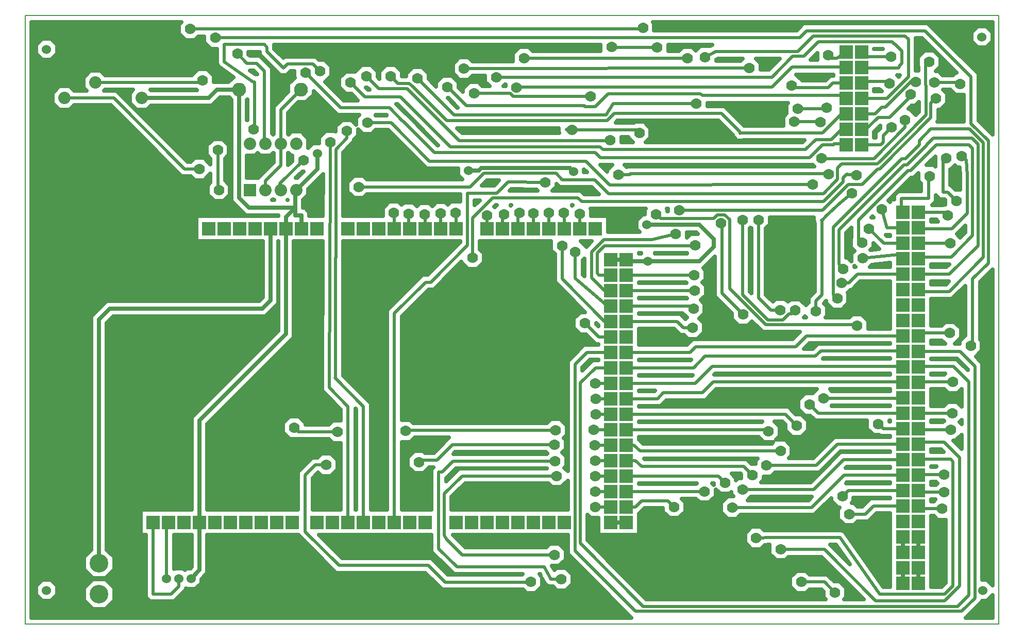
<source format=gbr>
G04 PROTEUS GERBER X2 FILE*
%TF.GenerationSoftware,Labcenter,Proteus,8.13-SP0-Build31525*%
%TF.CreationDate,2024-05-24T23:06:57+00:00*%
%TF.FileFunction,Copper,L4,Bot*%
%TF.FilePolarity,Positive*%
%TF.Part,Single*%
%TF.SameCoordinates,{8fa323f2-391a-4247-bf73-d987ad9beb6b}*%
%FSLAX45Y45*%
%MOMM*%
G01*
%TA.AperFunction,Conductor*%
%ADD10C,0.508000*%
%ADD11C,0.635000*%
%TA.AperFunction,ViaPad*%
%ADD12C,1.778000*%
%ADD13C,1.524000*%
%TA.AperFunction,ComponentPad*%
%ADD14R,2.286000X2.286000*%
%TA.AperFunction,ComponentPad*%
%ADD15C,2.286000*%
%ADD16C,3.048000*%
%TA.AperFunction,ComponentPad*%
%ADD17R,2.032000X2.032000*%
%ADD18C,2.032000*%
%TA.AperFunction,ComponentPad*%
%ADD19C,1.524000*%
%TA.AperFunction,OtherPad,Unknown*%
%ADD70C,1.524000*%
%TA.AperFunction,Profile*%
%ADD71C,0.203200*%
%TD.AperFunction*%
G36*
X-5472429Y+4854017D02*
X-5472429Y+4701463D01*
X-5364557Y+4593591D01*
X-5212003Y+4593591D01*
X-5148503Y+4657091D01*
X-5055869Y+4657091D01*
X-5055869Y+4559223D01*
X-4947997Y+4451351D01*
X-4850391Y+4451351D01*
X-4850091Y+4211961D01*
X-4822475Y+4159402D01*
X-4575342Y+3988705D01*
X-4658203Y+3905844D01*
X-4895851Y+3905844D01*
X-4895851Y+4013277D01*
X-5003723Y+4121149D01*
X-5156277Y+4121149D01*
X-5257877Y+4019549D01*
X-6687562Y+4019549D01*
X-6763762Y+4095749D01*
X-6926838Y+4095749D01*
X-7042149Y+3980438D01*
X-7042149Y+3817362D01*
X-6990336Y+3765549D01*
X-7195562Y+3765549D01*
X-7271762Y+3841749D01*
X-7434838Y+3841749D01*
X-7550149Y+3726438D01*
X-7550149Y+3563362D01*
X-7434838Y+3448051D01*
X-7271762Y+3448051D01*
X-7195562Y+3524251D01*
X-6593013Y+3524251D01*
X-5427810Y+2359048D01*
X-5274774Y+2359048D01*
X-5211273Y+2295547D01*
X-5058719Y+2295547D01*
X-4952709Y+2401557D01*
X-4952709Y+2257513D01*
X-4999746Y+2210476D01*
X-4999746Y+2057922D01*
X-4891874Y+1950050D01*
X-4739320Y+1950050D01*
X-4631448Y+2057922D01*
X-4631448Y+2210476D01*
X-4711411Y+2290439D01*
X-4711411Y+2648237D01*
X-4647911Y+2711737D01*
X-4647911Y+2864291D01*
X-4755783Y+2972163D01*
X-4908337Y+2972163D01*
X-5016209Y+2864291D01*
X-5016209Y+2711737D01*
X-4952709Y+2648237D01*
X-4952709Y+2557835D01*
X-5058719Y+2663845D01*
X-5211273Y+2663845D01*
X-5274774Y+2600344D01*
X-5327862Y+2600344D01*
X-6493067Y+3765549D01*
X-6700264Y+3765549D01*
X-6687562Y+3778251D01*
X-6228336Y+3778251D01*
X-6280149Y+3726438D01*
X-6280149Y+3563362D01*
X-6164838Y+3448051D01*
X-6001762Y+3448051D01*
X-5931912Y+3517901D01*
X-4929116Y+3517901D01*
X-4795171Y+3651846D01*
X-4646693Y+3651846D01*
X-4610099Y+3615252D01*
X-4610099Y+1953997D01*
X-4370603Y+1714501D01*
X-3835399Y+1714501D01*
X-3835399Y+1708149D01*
X-5187949Y+1708149D01*
X-5187949Y+1289051D01*
X-4089399Y+1289051D01*
X-4089398Y+370104D01*
X-4151790Y+307712D01*
X-6656604Y+307712D01*
X-6908799Y+55517D01*
X-6908799Y-3777270D01*
X-7029449Y-3897920D01*
X-7029449Y-4103080D01*
X-6884380Y-4248149D01*
X-6679220Y-4248149D01*
X-6534151Y-4103080D01*
X-6534151Y-3897920D01*
X-6654801Y-3777270D01*
X-6654801Y-49689D01*
X-6551396Y+53716D01*
X-4046582Y+53716D01*
X-3835402Y+264896D01*
X-3835402Y+317500D01*
X-3835401Y+1289051D01*
X-3835399Y+1289051D01*
X-3835399Y-181856D01*
X-5257799Y-1604256D01*
X-5257799Y-3117851D01*
X-6102349Y-3117851D01*
X-6102349Y-3536949D01*
X-6013449Y-3536949D01*
X-6013449Y-4558473D01*
X-5942773Y-4629149D01*
X-5550727Y-4629149D01*
X-5353051Y-4431473D01*
X-5353051Y-4417615D01*
X-5344717Y-4425949D01*
X-5202683Y-4425949D01*
X-5102251Y-4325517D01*
X-5102251Y-4262653D01*
X-5003801Y-4164203D01*
X-5003801Y-3536949D01*
X-3509453Y-3536949D01*
X-2889168Y-4157234D01*
X-1421848Y-4157234D01*
X-1148924Y-4430159D01*
X+179393Y-4430159D01*
X+236143Y-4486909D01*
X+388697Y-4486909D01*
X+496569Y-4379037D01*
X+496569Y-4249568D01*
X+550189Y-4347058D01*
X+607002Y-4380649D01*
X+670223Y-4380649D01*
X+733723Y-4444149D01*
X+886277Y-4444149D01*
X+994149Y-4336277D01*
X+994149Y-4183723D01*
X+886277Y-4075851D01*
X+733723Y-4075851D01*
X+696747Y-4112827D01*
X+658974Y-4044149D01*
X+776277Y-4044149D01*
X+884149Y-3936277D01*
X+884149Y-3783723D01*
X+776277Y-3675851D01*
X+623723Y-3675851D01*
X+560223Y-3739351D01*
X-767693Y-3739351D01*
X-970219Y-3536949D01*
X+915671Y-3536949D01*
X+915671Y-3846293D01*
X+1963968Y-4894590D01*
X-7894590Y-4894590D01*
X-7894590Y+4894590D01*
X-5431856Y+4894590D01*
X-5472429Y+4854017D01*
G37*
%LPC*%
G36*
X-6884380Y-4260851D02*
X-6679220Y-4260851D01*
X-6534151Y-4405920D01*
X-6534151Y-4611080D01*
X-6679220Y-4756149D01*
X-6884380Y-4756149D01*
X-7029449Y-4611080D01*
X-7029449Y-4405920D01*
X-6884380Y-4260851D01*
G37*
G36*
X-7816849Y-4516017D02*
X-7816849Y-4373983D01*
X-7716417Y-4273551D01*
X-7574383Y-4273551D01*
X-7473951Y-4373983D01*
X-7473951Y-4516017D01*
X-7574383Y-4616449D01*
X-7716417Y-4616449D01*
X-7816849Y-4516017D01*
G37*
G36*
X-7816849Y+4373983D02*
X-7816849Y+4516017D01*
X-7716417Y+4616449D01*
X-7574383Y+4616449D01*
X-7473951Y+4516017D01*
X-7473951Y+4373983D01*
X-7574383Y+4273551D01*
X-7716417Y+4273551D01*
X-7816849Y+4373983D01*
G37*
%LPD*%
G36*
X+7894590Y+3043092D02*
X+7664449Y+3273233D01*
X+7664449Y+4040313D01*
X+6833405Y+4871357D01*
X+4792770Y+4871357D01*
X+4677562Y+4756149D01*
X+2336336Y+4756149D01*
X+2336336Y+4871125D01*
X+2312871Y+4894590D01*
X+7894590Y+4894590D01*
X+7894590Y+3043092D01*
G37*
%LPC*%
G36*
X+7550151Y+4577183D02*
X+7550151Y+4719217D01*
X+7650583Y+4819649D01*
X+7792617Y+4819649D01*
X+7893049Y+4719217D01*
X+7893049Y+4577183D01*
X+7792617Y+4476751D01*
X+7650583Y+4476751D01*
X+7550151Y+4577183D01*
G37*
%LPD*%
G36*
X+7894590Y-4362824D02*
X+7805317Y-4273551D01*
X+7727949Y-4273551D01*
X+7727949Y-712027D01*
X+7621443Y-605521D01*
X+7720544Y-506420D01*
X+7720544Y-353866D01*
X+7689849Y-323171D01*
X+7689849Y+625667D01*
X+7894590Y+830408D01*
X+7894590Y-4362824D01*
G37*
G36*
X+7894590Y-4894590D02*
X+7455333Y-4894590D01*
X+7727949Y-4621974D01*
X+7727949Y-4616449D01*
X+7805317Y-4616449D01*
X+7894590Y-4527176D01*
X+7894590Y-4894590D01*
G37*
G36*
X+3253283Y+4497975D02*
X+3249097Y+4502161D01*
X+3096543Y+4502161D01*
X+3017694Y+4423312D01*
X+2959177Y+4481829D01*
X+2806623Y+4481829D01*
X+2743299Y+4418505D01*
X+2568081Y+4418668D01*
X+2568081Y+4514851D01*
X+3290395Y+4514851D01*
X+3253283Y+4497975D01*
G37*
G36*
X+6089808Y+4447444D02*
X+5952489Y+4447444D01*
X+5952489Y+4451351D01*
X+6093715Y+4451351D01*
X+6089808Y+4447444D01*
G37*
G36*
X+1456691Y+4419705D02*
X+340524Y+4420782D01*
X+276937Y+4484369D01*
X+124383Y+4484369D01*
X+16511Y+4376497D01*
X+16511Y+4249499D01*
X-647923Y+4248449D01*
X-711123Y+4311649D01*
X-863677Y+4311649D01*
X-971549Y+4203777D01*
X-971549Y+4051223D01*
X-863677Y+3943351D01*
X-711123Y+3943351D01*
X-647478Y+4006996D01*
X-439743Y+4007332D01*
X-439743Y+3912410D01*
X-368706Y+3841373D01*
X-485439Y+3841373D01*
X-548939Y+3904873D01*
X-701493Y+3904873D01*
X-809365Y+3797001D01*
X-809365Y+3747940D01*
X-878575Y+3817150D01*
X-878575Y+3904414D01*
X-986447Y+4012286D01*
X-1139001Y+4012286D01*
X-1246873Y+3904414D01*
X-1246873Y+3834601D01*
X-1369548Y+3957276D01*
X-1369548Y+4047080D01*
X-1477420Y+4154952D01*
X-1629974Y+4154952D01*
X-1737846Y+4047080D01*
X-1737846Y+4004309D01*
X-1807469Y+4004309D01*
X-1807469Y+4079059D01*
X-1915341Y+4186931D01*
X-2067895Y+4186931D01*
X-2175767Y+4079059D01*
X-2175767Y+3956101D01*
X-2208855Y+3989189D01*
X-2208855Y+4078993D01*
X-2316727Y+4186865D01*
X-2469281Y+4186865D01*
X-2576414Y+4079732D01*
X-2578877Y+4082195D01*
X-2731431Y+4082195D01*
X-2839303Y+3974323D01*
X-2839303Y+3821769D01*
X-2731431Y+3713897D01*
X-2639087Y+3713897D01*
X-2531614Y+3606424D01*
X-2765194Y+3606424D01*
X-3069942Y+3911172D01*
X-2968315Y+4012800D01*
X-2968315Y+4165354D01*
X-3076187Y+4273226D01*
X-3165991Y+4273226D01*
X-3219654Y+4326889D01*
X-3737467Y+4326889D01*
X-3756744Y+4307612D01*
X-3903457Y+4454325D01*
X-3903457Y+4514851D01*
X+1456691Y+4514851D01*
X+1456691Y+4419705D01*
G37*
G36*
X+5014530Y+4273592D02*
X+5016620Y+4271502D01*
X+4904404Y+4271502D01*
X+5014530Y+4381628D01*
X+5014530Y+4273592D01*
G37*
G36*
X+3791670Y+4288190D02*
X+3758974Y+4255494D01*
X+3356969Y+4254844D01*
X+3356969Y+4273307D01*
X+3384251Y+4288749D01*
X+3791670Y+4288190D01*
G37*
G36*
X+4398675Y+4287357D02*
X+4220654Y+4109336D01*
X+4083045Y+4109336D01*
X+4083045Y+4211267D01*
X+4006417Y+4287895D01*
X+4398675Y+4287357D01*
G37*
G36*
X-4184550Y+4035701D02*
X-4184550Y+4032063D01*
X-4213538Y+4032063D01*
X-4305601Y+4095652D01*
X-4244501Y+4095652D01*
X-4184550Y+4035701D01*
G37*
G36*
X+7300789Y+4062729D02*
X+7284643Y+4062729D01*
X+7244409Y+4022495D01*
X+7075412Y+4022495D01*
X+7011912Y+4085995D01*
X+6960645Y+4085995D01*
X+7036974Y+4162324D01*
X+7036974Y+4314878D01*
X+6929102Y+4422750D01*
X+6776548Y+4422750D01*
X+6668676Y+4314878D01*
X+6668676Y+4162324D01*
X+6673851Y+4157149D01*
X+6673851Y+4093783D01*
X+6638289Y+4093783D01*
X+6638289Y+4630059D01*
X+6733459Y+4630059D01*
X+7300789Y+4062729D01*
G37*
G36*
X+6352992Y+3996314D02*
X+6332295Y+4017011D01*
X+6373688Y+4017011D01*
X+6352992Y+3996314D01*
G37*
G36*
X+5279391Y+4009389D02*
X+5225607Y+4009389D01*
X+5149407Y+3933189D01*
X+4767657Y+3933189D01*
X+4670642Y+4030204D01*
X+5279391Y+4030204D01*
X+5279391Y+4009389D01*
G37*
G36*
X-107949Y+3841373D02*
X-142482Y+3841373D01*
X-115817Y+3868038D01*
X-107949Y+3868038D01*
X-107949Y+3841373D01*
G37*
G36*
X-2344225Y+3783315D02*
X-2367261Y+3783315D01*
X-2402513Y+3818567D01*
X-2379477Y+3818567D01*
X-2344225Y+3783315D01*
G37*
G36*
X-5175325Y+3771899D02*
X-5931912Y+3771899D01*
X-5938264Y+3778251D01*
X-5181677Y+3778251D01*
X-5175325Y+3771899D01*
G37*
G36*
X+6073065Y+3755389D02*
X+5952489Y+3755389D01*
X+5952489Y+3792633D01*
X+6035821Y+3792633D01*
X+6073065Y+3755389D01*
G37*
G36*
X-891358Y+3488689D02*
X-900961Y+3488689D01*
X-1056260Y+3643988D01*
X-1046657Y+3643988D01*
X-891358Y+3488689D01*
G37*
G36*
X+6685140Y+3414062D02*
X+6637020Y+3365942D01*
X+6536202Y+3466760D01*
X+6512663Y+3466760D01*
X+6566593Y+3520690D01*
X+6623958Y+3520690D01*
X+6685140Y+3581872D01*
X+6685140Y+3414062D01*
G37*
G36*
X-2059118Y+3361697D02*
X-2235123Y+3361697D01*
X-2238552Y+3365126D01*
X-2062547Y+3365126D01*
X-2059118Y+3361697D01*
G37*
G36*
X-4350634Y+3285952D02*
X-4356101Y+3280485D01*
X-4356101Y+3615252D01*
X-4350634Y+3620719D01*
X-4350634Y+3285952D01*
G37*
G36*
X+7284643Y+3694431D02*
X+7423151Y+3694431D01*
X+7423151Y+3255009D01*
X+6986712Y+3255009D01*
X+7004049Y+3272346D01*
X+7004049Y+3454553D01*
X+7040382Y+3454553D01*
X+7148254Y+3562425D01*
X+7148254Y+3714979D01*
X+7082036Y+3781197D01*
X+7197877Y+3781197D01*
X+7284643Y+3694431D01*
G37*
G36*
X-2900478Y+3400464D02*
X-2865140Y+3365126D01*
X-2511248Y+3365126D01*
X-2559049Y+3317325D01*
X-2559049Y+3208505D01*
X-2636083Y+3285539D01*
X-2788637Y+3285539D01*
X-2896509Y+3177667D01*
X-2896509Y+3093435D01*
X-2908223Y+3105149D01*
X-3060777Y+3105149D01*
X-3168649Y+2997277D01*
X-3168649Y+2903873D01*
X-3268219Y+2903873D01*
X-3346451Y+2825641D01*
X-3346451Y+2977138D01*
X-3461762Y+3092449D01*
X-3624838Y+3092449D01*
X-3670300Y+3046987D01*
X-3676651Y+3053338D01*
X-3676651Y+3404427D01*
X-3506027Y+3575051D01*
X-3380302Y+3575051D01*
X-3257551Y+3697802D01*
X-3257551Y+3757537D01*
X-2900478Y+3400464D01*
G37*
G36*
X+4511702Y+3542380D02*
X+4511702Y+3389826D01*
X+4513152Y+3388376D01*
X+4455442Y+3330665D01*
X+4455442Y+3191509D01*
X+3813242Y+3191509D01*
X+3491770Y+3512981D01*
X+3211922Y+3512981D01*
X+3211922Y+3564892D01*
X+4534214Y+3564892D01*
X+4511702Y+3542380D01*
G37*
G36*
X+770891Y+3119177D02*
X+770891Y+3069203D01*
X+773131Y+3066963D01*
X-817697Y+3066963D01*
X-901605Y+3150871D01*
X+770891Y+3150871D01*
X+770891Y+3119177D01*
G37*
G36*
X-4144755Y+4354379D02*
X-3806717Y+4016341D01*
X-3706771Y+4016341D01*
X-3637521Y+4085591D01*
X-3577565Y+4085591D01*
X-3577565Y+3987747D01*
X-3568932Y+3979114D01*
X-3676649Y+3871398D01*
X-3676649Y+3745673D01*
X-3917949Y+3504373D01*
X-3917949Y+3053338D01*
X-3924300Y+3046987D01*
X-3943252Y+3065939D01*
X-3943252Y+4135647D01*
X-4144554Y+4336950D01*
X-4303488Y+4336950D01*
X-4326891Y+4360353D01*
X-4326891Y+4402519D01*
X-4144755Y+4402519D01*
X-4144755Y+4354379D01*
G37*
G36*
X+6051551Y+3148773D02*
X+5977532Y+3074754D01*
X+5977532Y+2993389D01*
X+5952489Y+2993389D01*
X+5952489Y+3091518D01*
X+6051551Y+3190580D01*
X+6051551Y+3148773D01*
G37*
G36*
X+3574687Y+3088820D02*
X+3627544Y+3035963D01*
X+3627544Y+3015806D01*
X+3698219Y+2945131D01*
X+3798167Y+2945131D01*
X+3803247Y+2950211D01*
X+4809049Y+2950211D01*
X+4776027Y+2917189D01*
X+2201077Y+2917189D01*
X+2277109Y+2993221D01*
X+2277109Y+3145775D01*
X+2169237Y+3253647D01*
X+2016683Y+3253647D01*
X+2002862Y+3239826D01*
X+1703568Y+3239826D01*
X+1735425Y+3271683D01*
X+3391824Y+3271683D01*
X+3574687Y+3088820D01*
G37*
G36*
X+1908811Y+2993221D02*
X+1984843Y+2917189D01*
X+1798557Y+2917189D01*
X+1798557Y+2998528D01*
X+1908811Y+2998528D01*
X+1908811Y+2993221D01*
G37*
G36*
X-1210752Y+2871469D02*
X-1224905Y+2871469D01*
X-1741579Y+3388143D01*
X-1744320Y+3388143D01*
X-1898194Y+3542017D01*
X-1881300Y+3542017D01*
X-1210752Y+2871469D01*
G37*
G36*
X-3917949Y+2737862D02*
X-3917949Y+2589973D01*
X-4171948Y+2335974D01*
X-4171948Y+2330449D01*
X-4356101Y+2330449D01*
X-4356101Y+2698751D01*
X-4223762Y+2698751D01*
X-4178300Y+2744213D01*
X-4132838Y+2698751D01*
X-3969762Y+2698751D01*
X-3924300Y+2744213D01*
X-3917949Y+2737862D01*
G37*
G36*
X-3624838Y+2698751D02*
X-3610138Y+2698751D01*
X-3611649Y+2697240D01*
X-3611649Y+2607436D01*
X-3676651Y+2542434D01*
X-3676651Y+2737862D01*
X-3670300Y+2744213D01*
X-3624838Y+2698751D01*
G37*
G36*
X+6953251Y+2578023D02*
X+6959799Y+2571475D01*
X+6959799Y+2523367D01*
X+6936817Y+2546349D01*
X+6815042Y+2546349D01*
X+6953251Y+2684558D01*
X+6953251Y+2578023D01*
G37*
G36*
X+4968165Y+2518409D02*
X+1898139Y+2518409D01*
X+1888748Y+2509018D01*
X+1853954Y+2543811D01*
X+4936160Y+2543811D01*
X+4939462Y+2547112D01*
X+4968165Y+2518409D01*
G37*
G36*
X+1565911Y+2463556D02*
X+1565911Y+2432491D01*
X+1454591Y+2543811D01*
X+1646166Y+2543811D01*
X+1565911Y+2463556D01*
G37*
G36*
X+1234110Y+2423048D02*
X+1183623Y+2423048D01*
X+1183623Y+2473535D01*
X+1234110Y+2423048D01*
G37*
G36*
X-3526053Y+2330449D02*
X-3547392Y+2330449D01*
X-3441027Y+2436814D01*
X-3419688Y+2436814D01*
X-3526053Y+2330449D01*
G37*
G36*
X-2451177Y+3056899D02*
X-2298623Y+3056899D01*
X-2235123Y+3120399D01*
X-2036261Y+3120399D01*
X-1403793Y+2487931D01*
X-886108Y+2487931D01*
X-886108Y+2379204D01*
X-811953Y+2305049D01*
X-2379903Y+2305049D01*
X-2443403Y+2368549D01*
X-2595957Y+2368549D01*
X-2703829Y+2260677D01*
X-2703829Y+2108123D01*
X-2595957Y+2000251D01*
X-2443403Y+2000251D01*
X-2379903Y+2063751D01*
X-852169Y+2063751D01*
X-852169Y+1942234D01*
X-998597Y+1942234D01*
X-1049006Y+1891826D01*
X-1092083Y+1934903D01*
X-1244637Y+1934903D01*
X-1309471Y+1870069D01*
X-1357201Y+1917799D01*
X-1509755Y+1917799D01*
X-1562136Y+1865418D01*
X-1624293Y+1927574D01*
X-1776847Y+1927574D01*
X-1811748Y+1892672D01*
X-1863754Y+1944678D01*
X-2016308Y+1944678D01*
X-2124180Y+1836806D01*
X-2124180Y+1708149D01*
X-2771307Y+1708149D01*
X-2771307Y+2752089D01*
X-2591711Y+2931685D01*
X-2591711Y+2961613D01*
X-2528211Y+3025113D01*
X-2528211Y+3133933D01*
X-2451177Y+3056899D01*
G37*
G36*
X-295395Y+2204510D02*
X-497383Y+2204510D01*
X-413517Y+2288376D01*
X-211529Y+2288376D01*
X-295395Y+2204510D01*
G37*
G36*
X+7310238Y+2507274D02*
X+7352882Y+2507274D01*
X+7359651Y+2371895D01*
X+7359651Y+2139949D01*
X+7288973Y+2139949D01*
X+7211017Y+2217905D01*
X+7201095Y+2217905D01*
X+7201095Y+2470151D01*
X+7213677Y+2470151D01*
X+7280519Y+2536993D01*
X+7310238Y+2507274D01*
G37*
G36*
X+405237Y+2141037D02*
X+422663Y+2123611D01*
X-35050Y+2123611D01*
X-12629Y+2146032D01*
X+405237Y+2141037D01*
G37*
G36*
X+780553Y+2181750D02*
X+1310308Y+2181750D01*
X+1428309Y+2063749D01*
X+1194386Y+2063749D01*
X+1134524Y+2123611D01*
X+669537Y+2123611D01*
X+730249Y+2184323D01*
X+730249Y+2232054D01*
X+780553Y+2181750D01*
G37*
G36*
X-3682999Y+1968499D02*
X-3684014Y+1968499D01*
X-3682999Y+1969514D01*
X-3682999Y+1968499D01*
G37*
G36*
X-3910586Y+1968499D02*
X-3938014Y+1968499D01*
X-3924300Y+1982213D01*
X-3910586Y+1968499D01*
G37*
G36*
X+6676391Y+2285923D02*
X+6722111Y+2240203D01*
X+6722111Y+2114549D01*
X+6346088Y+2114549D01*
X+6275414Y+2043875D01*
X+6275414Y+1974849D01*
X+6211571Y+1974849D01*
X+6211571Y+1934351D01*
X+6186556Y+1959366D01*
X+6561450Y+2334261D01*
X+6602954Y+2334261D01*
X+6676391Y+2407698D01*
X+6676391Y+2285923D01*
G37*
G36*
X+7030473Y+1976607D02*
X+7111071Y+1976607D01*
X+7118351Y+1969327D01*
X+7118351Y+1896760D01*
X+7082815Y+1896760D01*
X+7072004Y+1885949D01*
X+6905431Y+1885949D01*
X+6963409Y+1943927D01*
X+6963409Y+2043671D01*
X+7030473Y+1976607D01*
G37*
G36*
X-610871Y+1881311D02*
X-610871Y+1963214D01*
X-528968Y+1963214D01*
X-610871Y+1881311D01*
G37*
G36*
X+991372Y+1879678D02*
X+988737Y+1882313D01*
X+994006Y+1882313D01*
X+991372Y+1879678D01*
G37*
G36*
X-18468Y+1878998D02*
X-21783Y+1882313D01*
X-15152Y+1882313D01*
X-18468Y+1878998D01*
G37*
G36*
X-278934Y+1848688D02*
X-290592Y+1860346D01*
X-268625Y+1882313D01*
X-245309Y+1882313D01*
X-278934Y+1848688D01*
G37*
G36*
X+2563085Y+1784478D02*
X+2552603Y+1784478D01*
X+2552603Y+1811435D01*
X+2541587Y+1822451D01*
X+2563085Y+1822451D01*
X+2563085Y+1784478D01*
G37*
G36*
X-3108857Y+1708149D02*
X-3327401Y+1708149D01*
X-3327401Y+1767105D01*
X-3401795Y+1841499D01*
X-3429001Y+1841499D01*
X-3429001Y+1969512D01*
X-3346451Y+2052062D01*
X-3346451Y+2150847D01*
X-3105559Y+2391739D01*
X-3108857Y+1708149D01*
G37*
G36*
X+5942321Y+1682749D02*
X+5909940Y+1682749D01*
X+5926130Y+1698940D01*
X+5942321Y+1682749D01*
G37*
G36*
X+6974943Y+1636334D02*
X+6994963Y+1616314D01*
X+6884669Y+1616314D01*
X+6884669Y+1644651D01*
X+6974943Y+1644651D01*
X+6974943Y+1636334D01*
G37*
G36*
X+2184305Y+1811435D02*
X+2184305Y+1733549D01*
X+2143863Y+1733549D01*
X+2043431Y+1633117D01*
X+2043431Y+1491083D01*
X+2093065Y+1441449D01*
X+1581149Y+1441449D01*
X+1581149Y+1708149D01*
X+1297249Y+1708149D01*
X+1297249Y+1817258D01*
X+1292056Y+1822451D01*
X+2195321Y+1822451D01*
X+2184305Y+1811435D01*
G37*
G36*
X+6211571Y+1390652D02*
X+6211571Y+1377949D01*
X+6158673Y+1377949D01*
X+6145970Y+1390652D01*
X+6159500Y+1390652D01*
X+6211571Y+1390652D01*
G37*
G36*
X+3056643Y+1408429D02*
X+2931083Y+1408429D01*
X+2876549Y+1353895D01*
X+2876549Y+1435101D01*
X+3029971Y+1435101D01*
X+3056643Y+1408429D01*
G37*
G36*
X+7448551Y+1434273D02*
X+7366452Y+1352174D01*
X+7309942Y+1408684D01*
X+7311611Y+1410354D01*
X+7448551Y+1547294D01*
X+7448551Y+1434273D01*
G37*
G36*
X+1222789Y+1198708D02*
X+1221754Y+1197672D01*
X+1130375Y+1289051D01*
X+1313132Y+1289051D01*
X+1222789Y+1198708D01*
G37*
G36*
X+6023389Y+1171989D02*
X+6031582Y+1163796D01*
X+5893324Y+1149798D01*
X+5937249Y+1193723D01*
X+5937249Y+1258129D01*
X+6023389Y+1171989D01*
G37*
G36*
X+2879015Y+1092199D02*
X+2350667Y+1092199D01*
X+2348014Y+1094852D01*
X+2876362Y+1094852D01*
X+2879015Y+1092199D01*
G37*
G36*
X+2119733Y+1092199D02*
X+2089149Y+1092199D01*
X+2089149Y+1094852D01*
X+2122386Y+1094852D01*
X+2119733Y+1092199D01*
G37*
G36*
X+5577353Y+1402622D02*
X+5577353Y+1354679D01*
X+5568951Y+1346277D01*
X+5568951Y+1193723D01*
X+5627294Y+1135380D01*
X+5579111Y+1087197D01*
X+5579111Y+960524D01*
X+5516110Y+1023525D01*
X+5490208Y+1023525D01*
X+5490208Y+1428306D01*
X+5577353Y+1515451D01*
X+5577353Y+1402622D01*
G37*
G36*
X+7138226Y+869949D02*
X+6884669Y+869949D01*
X+6884669Y+912755D01*
X+7181032Y+912755D01*
X+7138226Y+869949D01*
G37*
G36*
X+6211571Y+869949D02*
X+5882715Y+869949D01*
X+5914944Y+902178D01*
X+6211571Y+936904D01*
X+6211571Y+869949D01*
G37*
G36*
X+5643805Y+869949D02*
X+5624387Y+869949D01*
X+5623982Y+869544D01*
X+5623982Y+889772D01*
X+5643805Y+869949D01*
G37*
G36*
X+641351Y+1142923D02*
X+704851Y+1079423D01*
X+704852Y+623126D01*
X+1199959Y+128019D01*
X+1124265Y+128019D01*
X+1016393Y+20147D01*
X+1016393Y-132407D01*
X+1124265Y-240279D01*
X+1214069Y-240279D01*
X+1373839Y-400049D01*
X+1416051Y-400049D01*
X+1416051Y-412751D01*
X+1181926Y-412751D01*
X+915671Y-679006D01*
X+915671Y-2484045D01*
X+863518Y-2431892D01*
X+895349Y-2400060D01*
X+895349Y-2247506D01*
X+828344Y-2180502D01*
X+882649Y-2126197D01*
X+882649Y-1973643D01*
X+849090Y-1940084D01*
X+898779Y-1890394D01*
X+898779Y-1737840D01*
X+790907Y-1629968D01*
X+638353Y-1629968D01*
X+574853Y-1693468D01*
X-1619886Y-1693468D01*
X-1671243Y-1642111D01*
X-1809751Y-1642111D01*
X-1809751Y+58136D01*
X-1369854Y+498033D01*
X-1284332Y+498033D01*
X-829913Y+952452D01*
X-829913Y+943144D01*
X-722041Y+835272D01*
X-569487Y+835272D01*
X-461615Y+943144D01*
X-461615Y+1095698D01*
X-525115Y+1159198D01*
X-525115Y+1289051D01*
X+641351Y+1289051D01*
X+641351Y+1142923D01*
G37*
G36*
X+1187451Y+718727D02*
X+1162049Y+740798D01*
X+1162049Y+977823D01*
X+1187451Y+1003225D01*
X+1187451Y+718727D01*
G37*
G36*
X+2866896Y+606478D02*
X+2863668Y+603249D01*
X+2089149Y+603249D01*
X+2089149Y+615951D01*
X+2857423Y+615951D01*
X+2866896Y+606478D01*
G37*
G36*
X+7131407Y+583729D02*
X+6884669Y+583729D01*
X+6884669Y+628651D01*
X+7176329Y+628651D01*
X+7131407Y+583729D01*
G37*
G36*
X+3932532Y+1502757D02*
X+3932532Y+439250D01*
X+3909247Y+462535D01*
X+3909247Y+1502757D01*
X+3920890Y+1514400D01*
X+3932532Y+1502757D01*
G37*
G36*
X+2875848Y+349249D02*
X+2089149Y+349249D01*
X+2089149Y+361951D01*
X+2863146Y+361951D01*
X+2875848Y+349249D01*
G37*
G36*
X+4968652Y+1581830D02*
X+4972051Y+1578431D01*
X+4972051Y+461155D01*
X+4872992Y+362096D01*
X+4872992Y+282018D01*
X+4829646Y+238672D01*
X+4729180Y+339137D01*
X+4576626Y+339137D01*
X+4535310Y+297821D01*
X+4488115Y+345016D01*
X+4335561Y+345016D01*
X+4289114Y+298569D01*
X+4173830Y+413853D01*
X+4173830Y+1502757D01*
X+4237330Y+1566257D01*
X+4237330Y+1682784D01*
X+4962155Y+1682784D01*
X+4968652Y+1581830D01*
G37*
G36*
X+6211571Y+539751D02*
X+6211571Y-143140D01*
X+5855001Y-143140D01*
X+5855001Y-15870D01*
X+5747129Y+92002D01*
X+5594575Y+92002D01*
X+5543227Y+40654D01*
X+5152480Y+40654D01*
X+5177789Y+65963D01*
X+5177789Y+218517D01*
X+5124223Y+272083D01*
X+5159748Y+307608D01*
X+5159748Y+275020D01*
X+5267620Y+167148D01*
X+5420174Y+167148D01*
X+5528046Y+275020D01*
X+5528046Y+427574D01*
X+5513516Y+442104D01*
X+5558978Y+487565D01*
X+5583247Y+487565D01*
X+5724333Y+628651D01*
X+6211571Y+628651D01*
X+6211571Y+539751D01*
G37*
G36*
X+4834800Y+40654D02*
X+4798995Y+40654D01*
X+4816898Y+58556D01*
X+4834800Y+40654D01*
G37*
G36*
X+2873030Y+35338D02*
X+2847510Y+9816D01*
X+2762077Y+95249D01*
X+2089149Y+95249D01*
X+2089149Y+107951D01*
X+2800417Y+107951D01*
X+2873030Y+35338D01*
G37*
G36*
X+1416051Y-88073D02*
X+1416051Y-101017D01*
X+1384691Y-69657D01*
X+1384691Y-56713D01*
X+1416051Y-88073D01*
G37*
G36*
X+3333801Y+387657D02*
X+3615738Y+105720D01*
X+3615738Y+15916D01*
X+3723610Y-91956D01*
X+3876164Y-91956D01*
X+3943560Y-24560D01*
X+4119643Y-200644D01*
X+4733234Y-200644D01*
X+4613847Y-320031D01*
X+2972008Y-320031D01*
X+2879288Y-412751D01*
X+2089149Y-412751D01*
X+2089149Y-146049D01*
X+2662131Y-146049D01*
X+2766656Y-250574D01*
X+2828415Y-250574D01*
X+2891916Y-314075D01*
X+3044470Y-314075D01*
X+3152342Y-206203D01*
X+3152342Y-53649D01*
X+3076684Y+22010D01*
X+3165670Y+110996D01*
X+3165670Y+263550D01*
X+3105246Y+323974D01*
X+3187333Y+406062D01*
X+3187333Y+558616D01*
X+3133488Y+612462D01*
X+3181349Y+660323D01*
X+3181349Y+812877D01*
X+3144072Y+850154D01*
X+3169316Y+875399D01*
X+3333801Y+1039884D01*
X+3333801Y+387657D01*
G37*
G36*
X+7448551Y-257561D02*
X+7352246Y-353866D01*
X+7352246Y-394977D01*
X+7278328Y-394977D01*
X+7379914Y-293391D01*
X+7379914Y-140837D01*
X+7272042Y-32965D01*
X+7119488Y-32965D01*
X+7055988Y-96465D01*
X+6884669Y-96465D01*
X+6884669Y+342431D01*
X+7231353Y+342431D01*
X+7448551Y+559629D01*
X+7448551Y-257561D01*
G37*
G36*
X+7113202Y-394977D02*
X+6884669Y-394977D01*
X+6884669Y-337763D01*
X+7055988Y-337763D01*
X+7113202Y-394977D01*
G37*
G36*
X+6211571Y-390320D02*
X+5022971Y-390320D01*
X+4937040Y-476251D01*
X+4798871Y-476251D01*
X+4890684Y-384438D01*
X+6211571Y-384438D01*
X+6211571Y-390320D01*
G37*
G36*
X+6211571Y-641664D02*
X+5112871Y-641664D01*
X+5122917Y-631618D01*
X+6211571Y-631618D01*
X+6211571Y-641664D01*
G37*
G36*
X+2934527Y-666751D02*
X+2089149Y-666751D01*
X+2089149Y-654049D01*
X+2947229Y-654049D01*
X+2934527Y-666751D01*
G37*
G36*
X+7486651Y-811973D02*
X+7486651Y-828251D01*
X+7301758Y-643358D01*
X+6884669Y-643358D01*
X+6884669Y-636275D01*
X+7310953Y-636275D01*
X+7486651Y-811973D01*
G37*
G36*
X+1416051Y-666752D02*
X+1323514Y-666752D01*
X+1156969Y-833297D01*
X+1156969Y-778952D01*
X+1281872Y-654049D01*
X+1416051Y-654049D01*
X+1416051Y-666752D01*
G37*
G36*
X+7104303Y-897891D02*
X+6884669Y-897891D01*
X+6884669Y-884656D01*
X+7117538Y-884656D01*
X+7104303Y-897891D01*
G37*
G36*
X+6211571Y-900026D02*
X+3321896Y-900026D01*
X+3338960Y-882962D01*
X+6211571Y-882962D01*
X+6211571Y-900026D01*
G37*
G36*
X+2959927Y-920751D02*
X+2089149Y-920751D01*
X+2089149Y-908049D01*
X+2972629Y-908049D01*
X+2959927Y-920751D01*
G37*
G36*
X+6211571Y-1168937D02*
X+5258104Y-1168937D01*
X+5230491Y-1141324D01*
X+6211571Y-1141324D01*
X+6211571Y-1168937D01*
G37*
G36*
X+2339921Y-1174751D02*
X+2089149Y-1174751D01*
X+2089149Y-1162049D01*
X+2352623Y-1162049D01*
X+2339921Y-1174751D01*
G37*
G36*
X+7385138Y-1425615D02*
X+7311354Y-1351831D01*
X+7158800Y-1351831D01*
X+7095300Y-1415331D01*
X+6884669Y-1415332D01*
X+6884669Y-1139189D01*
X+7104303Y-1139189D01*
X+7167803Y-1202689D01*
X+7320357Y-1202689D01*
X+7385137Y-1137909D01*
X+7385138Y-1425615D01*
G37*
G36*
X+6211571Y-1416051D02*
X+5252288Y-1416051D01*
X+5258104Y-1410235D01*
X+6211571Y-1410235D01*
X+6211571Y-1416051D01*
G37*
G36*
X+6211571Y-1670051D02*
X+6201375Y-1670051D01*
X+6201375Y-1657349D01*
X+6211571Y-1657349D01*
X+6211571Y-1670051D01*
G37*
G36*
X+7095300Y-1656629D02*
X+7097102Y-1658431D01*
X+7073823Y-1681710D01*
X+6884669Y-1681710D01*
X+6884669Y-1656628D01*
X+7095300Y-1656629D01*
G37*
G36*
X+4102022Y-1682752D02*
X+2089149Y-1682751D01*
X+2089149Y-1670049D01*
X+4114726Y-1670048D01*
X+4102022Y-1682752D01*
G37*
G36*
X+7385138Y-1713471D02*
X+7351575Y-1679908D01*
X+7385138Y-1646345D01*
X+7385138Y-1713471D01*
G37*
G36*
X-3122708Y-1162738D02*
X-2813049Y-1472397D01*
X-2813049Y-1656113D01*
X-2942873Y-1656113D01*
X-3006373Y-1719613D01*
X-3393401Y-1719613D01*
X-3393401Y-1694551D01*
X-3501273Y-1586679D01*
X-3653827Y-1586679D01*
X-3761699Y-1694551D01*
X-3761699Y-1847105D01*
X-3653827Y-1954977D01*
X-3564023Y-1954977D01*
X-3558089Y-1960911D01*
X-3006373Y-1960911D01*
X-2942873Y-2024411D01*
X-2813049Y-2024411D01*
X-2813049Y-3117851D01*
X-3274395Y-3117851D01*
X-3274395Y-2601202D01*
X-3184610Y-2511416D01*
X-3129357Y-2566669D01*
X-2976803Y-2566669D01*
X-2868931Y-2458797D01*
X-2868931Y-2306243D01*
X-2976803Y-2198371D01*
X-3129357Y-2198371D01*
X-3192857Y-2261871D01*
X-3276308Y-2261871D01*
X-3515693Y-2501256D01*
X-3515693Y-3117851D01*
X-5003801Y-3117851D01*
X-5003801Y-1709462D01*
X-3581401Y-287062D01*
X-3581401Y+1289051D01*
X-3110879Y+1289051D01*
X-3122708Y-1162738D01*
G37*
G36*
X+4940293Y-1207194D02*
X+4812540Y-1207194D01*
X+4704668Y-1315066D01*
X+4704668Y-1467620D01*
X+4812540Y-1575492D01*
X+4902344Y-1575492D01*
X+4984201Y-1657349D01*
X+5833077Y-1657349D01*
X+5833077Y-1785320D01*
X+5940949Y-1893192D01*
X+6030753Y-1893192D01*
X+6048910Y-1911349D01*
X+6211571Y-1911349D01*
X+6211571Y-1924051D01*
X+5296727Y-1924051D01*
X+4949006Y-2271772D01*
X+4554357Y-2271772D01*
X+4597733Y-2228396D01*
X+4597733Y-2075842D01*
X+4489861Y-1967970D01*
X+4337656Y-1967970D01*
X+4400549Y-1905077D01*
X+4400549Y-1752523D01*
X+4318074Y-1670048D01*
X+4440746Y-1670048D01*
X+4494531Y-1723833D01*
X+4494531Y-1813637D01*
X+4602403Y-1921509D01*
X+4754957Y-1921509D01*
X+4862829Y-1813637D01*
X+4862829Y-1661083D01*
X+4754957Y-1553211D01*
X+4665153Y-1553211D01*
X+4540694Y-1428752D01*
X+4490720Y-1428752D01*
X+2089149Y-1428751D01*
X+2089149Y-1416049D01*
X+2439867Y-1416049D01*
X+2535999Y-1319917D01*
X+3182023Y-1319917D01*
X+3360616Y-1141324D01*
X+5006163Y-1141324D01*
X+4940293Y-1207194D01*
G37*
G36*
X+4140123Y-2012949D02*
X+4292328Y-2012949D01*
X+4268550Y-2036727D01*
X+2156549Y-2036727D01*
X+2089149Y-1969327D01*
X+2089149Y-1924049D01*
X+4051222Y-1924048D01*
X+4140123Y-2012949D01*
G37*
G36*
X+7385139Y-2121847D02*
X+7249800Y-1986508D01*
X+7289877Y-1986508D01*
X+7385138Y-1891247D01*
X+7385139Y-2121847D01*
G37*
G36*
X+7092393Y-2170345D02*
X+6884669Y-2170345D01*
X+6884669Y-2127279D01*
X+7049327Y-2127279D01*
X+7092393Y-2170345D01*
G37*
G36*
X-1284996Y-2183271D02*
X-1423113Y-2183271D01*
X-1454493Y-2151891D01*
X-1607047Y-2151891D01*
X-1714919Y-2259763D01*
X-1714919Y-2412317D01*
X-1607047Y-2520189D01*
X-1454493Y-2520189D01*
X-1358873Y-2424569D01*
X-1294046Y-2424569D01*
X-1322069Y-2452592D01*
X-1322069Y-3117851D01*
X-1809751Y-3117851D01*
X-1809751Y-2010409D01*
X-1671243Y-2010409D01*
X-1595600Y-1934766D01*
X-1036491Y-1934766D01*
X-1284996Y-2183271D01*
G37*
G36*
X+581356Y-2193202D02*
X+571423Y-2203134D01*
X-963615Y-2203134D01*
X-931050Y-2170569D01*
X+558723Y-2170569D01*
X+581356Y-2193202D01*
G37*
G36*
X+3998342Y-2316144D02*
X+3998342Y-2368551D01*
X+3936173Y-2368551D01*
X+3854161Y-2286539D01*
X+2177761Y-2286539D01*
X+2169245Y-2278023D01*
X+4036463Y-2278023D01*
X+3998342Y-2316144D01*
G37*
G36*
X+6964483Y-2419351D02*
X+6884669Y-2419351D01*
X+6884669Y-2411643D01*
X+6972191Y-2411643D01*
X+6964483Y-2419351D01*
G37*
G36*
X+6211571Y-2432013D02*
X+5482506Y-2432013D01*
X+5499500Y-2415019D01*
X+6211571Y-2415019D01*
X+6211571Y-2432013D01*
G37*
G36*
X+571742Y-2444751D02*
X-867459Y-2444751D01*
X-1080771Y-2652351D01*
X-1080771Y-2606270D01*
X-918933Y-2444432D01*
X+571423Y-2444432D01*
X+571742Y-2444751D01*
G37*
G36*
X+3765551Y-2539173D02*
X+3765551Y-2605612D01*
X+3712943Y-2605612D01*
X+3682190Y-2636365D01*
X+3682190Y-2599577D01*
X+3610450Y-2527837D01*
X+3754215Y-2527837D01*
X+3765551Y-2539173D01*
G37*
G36*
X+6211571Y-2173723D02*
X+5399552Y-2173723D01*
X+4904163Y-2669112D01*
X+4093714Y-2669112D01*
X+4133849Y-2628977D01*
X+4133849Y-2576570D01*
X+4258768Y-2576570D01*
X+4322268Y-2513070D01*
X+5048952Y-2513070D01*
X+5396673Y-2165349D01*
X+6211571Y-2165349D01*
X+6211571Y-2173723D01*
G37*
G36*
X+6211571Y-2686051D02*
X+5490769Y-2686051D01*
X+5503509Y-2673311D01*
X+6211571Y-2673311D01*
X+6211571Y-2686051D01*
G37*
G36*
X+3022523Y-2698751D02*
X+2089149Y-2698751D01*
X+2089149Y-2686049D01*
X+3035225Y-2686049D01*
X+3022523Y-2698751D01*
G37*
G36*
X+3313892Y-2710566D02*
X+3289375Y-2686049D01*
X+3313892Y-2686049D01*
X+3313892Y-2710566D01*
G37*
G36*
X+6989884Y-2686050D02*
X+6964483Y-2711451D01*
X+6884669Y-2711451D01*
X+6884669Y-2660649D01*
X+6964483Y-2660649D01*
X+6989884Y-2686050D01*
G37*
G36*
X+915671Y-3117851D02*
X-994411Y-3117851D01*
X-994411Y-2905011D01*
X-769425Y-2686049D01*
X+596823Y-2686049D01*
X+660323Y-2749549D01*
X+812877Y-2749549D01*
X+915671Y-2646755D01*
X+915671Y-3117851D01*
G37*
G36*
X+4870125Y-2965451D02*
X+3873956Y-2965451D01*
X+3928997Y-2910410D01*
X+4925166Y-2910410D01*
X+4870125Y-2965451D01*
G37*
G36*
X+6926686Y-2979100D02*
X+6884669Y-2979100D01*
X+6884669Y-2952749D01*
X+6953037Y-2952749D01*
X+6926686Y-2979100D01*
G37*
G36*
X+3421764Y-2860003D02*
X+3574318Y-2860003D01*
X+3605071Y-2829250D01*
X+3605071Y-2866038D01*
X+3640984Y-2901951D01*
X+3543223Y-2901951D01*
X+3435351Y-3009823D01*
X+3435351Y-3162377D01*
X+3543223Y-3270249D01*
X+3695777Y-3270249D01*
X+3759277Y-3206749D01*
X+4970071Y-3206749D01*
X+5245561Y-2931259D01*
X+5245561Y-2978190D01*
X+5353433Y-3086062D01*
X+5384333Y-3086062D01*
X+5354972Y-3115423D01*
X+5354972Y-3267977D01*
X+5462844Y-3375849D01*
X+5615398Y-3375849D01*
X+5678898Y-3312349D01*
X+5852562Y-3312349D01*
X+5987236Y-3177674D01*
X+6211571Y-3177674D01*
X+6211571Y-4387851D01*
X+6101393Y-4387851D01*
X+5469321Y-3482999D01*
X+5416897Y-3455671D01*
X+4270555Y-3455671D01*
X+4148386Y-3458700D01*
X+4089477Y-3399791D01*
X+3936923Y-3399791D01*
X+3829051Y-3507663D01*
X+3829051Y-3660217D01*
X+3936923Y-3768089D01*
X+4089477Y-3768089D01*
X+4156339Y-3701227D01*
X+4229435Y-3698590D01*
X+4229435Y-3843097D01*
X+4337307Y-3950969D01*
X+4489861Y-3950969D01*
X+4545741Y-3895089D01*
X+5084467Y-3895089D01*
X+5777889Y-4588511D01*
X+5460140Y-4588511D01*
X+5491002Y-4557649D01*
X+5491002Y-4405095D01*
X+5383130Y-4297223D01*
X+5293326Y-4297223D01*
X+5182257Y-4186154D01*
X+4892368Y-4186154D01*
X+4828868Y-4122654D01*
X+4676314Y-4122654D01*
X+4568442Y-4230526D01*
X+4568442Y-4383080D01*
X+4676314Y-4490952D01*
X+4828868Y-4490952D01*
X+4892368Y-4427452D01*
X+5082311Y-4427452D01*
X+5122704Y-4467845D01*
X+5122704Y-4557649D01*
X+5153566Y-4588511D01*
X+2209133Y-4588511D01*
X+1242026Y-3621404D01*
X+1242026Y-3204252D01*
X+1295323Y-3257549D01*
X+1416051Y-3257549D01*
X+1416051Y-3536949D01*
X+2089149Y-3536949D01*
X+2089149Y-3186873D01*
X+2182996Y-3093026D01*
X+2477909Y-3093026D01*
X+2477909Y-3149931D01*
X+2585781Y-3257803D01*
X+2738335Y-3257803D01*
X+2846207Y-3149931D01*
X+2846207Y-2997377D01*
X+2788879Y-2940049D01*
X+3022523Y-2940049D01*
X+3086023Y-3003549D01*
X+3238577Y-3003549D01*
X+3346449Y-2895677D01*
X+3346449Y-2784688D01*
X+3421764Y-2860003D01*
G37*
G36*
X+6211571Y-2936376D02*
X+5887289Y-2936376D01*
X+5752615Y-3071051D01*
X+5678898Y-3071051D01*
X+5615398Y-3007551D01*
X+5584498Y-3007551D01*
X+5613859Y-2978190D01*
X+5613859Y-2927349D01*
X+6211571Y-2927349D01*
X+6211571Y-2936376D01*
G37*
G36*
X-852169Y+1271440D02*
X-1384278Y+739331D01*
X-1469800Y+739331D01*
X-2051049Y+158082D01*
X-2051049Y-3117851D01*
X-2317751Y-3117851D01*
X-2317751Y-1373035D01*
X-2774951Y-915835D01*
X-2774951Y+969591D01*
X-2771307Y+973235D01*
X-2771307Y+1289051D01*
X-852169Y+1289051D01*
X-852169Y+1271440D01*
G37*
G36*
X-2559049Y-1472981D02*
X-2559049Y-3117851D01*
X-2571751Y-3117851D01*
X-2571751Y-1460279D01*
X-2559049Y-1472981D01*
G37*
G36*
X+5548883Y-4018261D02*
X+5227591Y-3696969D01*
X+5324449Y-3696969D01*
X+5548883Y-4018261D01*
G37*
G36*
X-5257799Y-4058997D02*
X-5281853Y-4083051D01*
X-5344717Y-4083051D01*
X-5373700Y-4112034D01*
X-5402683Y-4083051D01*
X-5544717Y-4083051D01*
X-5553051Y-4091385D01*
X-5553051Y-3536949D01*
X-5257799Y-3536949D01*
X-5257799Y-4058997D01*
G37*
G36*
X-1322069Y-3763474D02*
X-1322069Y-3813447D01*
X-954867Y-4180649D01*
X+174105Y-4180649D01*
X+165893Y-4188861D01*
X-1048977Y-4188861D01*
X-1321902Y-3915936D01*
X-2789222Y-3915936D01*
X-3168209Y-3536949D01*
X-1322069Y-3536949D01*
X-1322069Y-3763474D01*
G37*
G36*
X+468354Y-4198268D02*
X+450735Y-4180649D01*
X+458664Y-4180649D01*
X+468354Y-4198268D01*
G37*
G36*
X+6990186Y-3283898D02*
X+7123212Y-3283898D01*
X+7123212Y-4320736D01*
X+7056097Y-4387851D01*
X+6884669Y-4387851D01*
X+6884669Y-3220398D01*
X+6926686Y-3220398D01*
X+6990186Y-3283898D01*
G37*
D10*
X-5892800Y-3327400D02*
X-5892800Y-4508500D01*
X-5600700Y-4508500D01*
X-5473700Y-4381500D01*
X-5473700Y-4254500D01*
X-5638800Y-3327400D02*
X-5673700Y-3362300D01*
X-5673700Y-4254500D01*
X-3797300Y+2895600D02*
X-3797300Y+3454400D01*
X-3467100Y+3784600D01*
X-4051300Y+2133600D02*
X-4051300Y+2286000D01*
X-3797300Y+2540000D01*
X-3797300Y+2895600D01*
X+6675120Y-266700D02*
X+6675119Y-266700D01*
X+6675119Y-774700D02*
X+6675120Y-774700D01*
X+6675120Y-520700D02*
X+6675119Y-520700D01*
D11*
X-3708400Y+1498600D02*
X-3708400Y-234459D01*
X-5130800Y-1656859D01*
X-5130800Y-3327400D01*
X-4483100Y+3784600D02*
X-4483100Y+2006600D01*
X-4318000Y+1841500D01*
X-3556000Y+1841500D01*
X-5130800Y-3327400D02*
X-5130800Y-4111600D01*
X-5273700Y-4254500D01*
X-3556000Y+1841500D02*
X-3556000Y+1714500D01*
X-3454400Y+1714500D01*
X-3708400Y+1498600D02*
X-3708400Y+1689100D01*
X-3556000Y+1841500D01*
X-3543300Y+2133600D02*
X-3556000Y+2120900D01*
X-3556000Y+1841500D01*
X+1879600Y+990600D02*
X+1879600Y+990601D01*
X+1625600Y+990601D01*
X+1625600Y+990600D01*
X+6675120Y-4330700D02*
X+6675120Y-4076700D01*
X+6421120Y-4330700D02*
X+6421120Y-4076700D01*
X-3454400Y+1714500D02*
X-3454400Y+1498600D01*
D10*
X+6675120Y+1765300D02*
X+6675119Y+1765300D01*
X+6675120Y+749300D02*
X+6675119Y+749300D01*
D11*
X-6781800Y-4000500D02*
X-6781800Y+2914D01*
X-6604000Y+180714D01*
X-4099186Y+180714D01*
X-3962400Y+317500D01*
X-3962400Y+1498600D01*
X+6675120Y-3822700D02*
X+6675120Y-3568700D01*
X+6421120Y-3822700D02*
X+6421120Y-3568700D01*
X+1625600Y-3327400D02*
X+1625600Y-3327399D01*
X+1879600Y-3327399D01*
X+1879600Y-3327400D01*
X-6083300Y+3644900D02*
X-4981719Y+3644900D01*
X-4847774Y+3778845D01*
X-4488855Y+3778845D01*
X-4483100Y+3784600D01*
D10*
X-1930400Y+1498600D02*
X-1930400Y+1750898D01*
X-1940031Y+1760529D01*
X-1676400Y+1498600D02*
X-1700570Y+1522770D01*
X-1700570Y+1743425D01*
X-1422400Y+1498600D02*
X-1422400Y+1722572D01*
X-1433478Y+1733650D01*
X-1168400Y+1498600D02*
X-1168400Y+1750714D01*
X-1168360Y+1750754D01*
X-914400Y+1498600D02*
X-914400Y+1750165D01*
X-922320Y+1758085D01*
X+1879600Y+482600D02*
X+3002923Y+482600D01*
X+3003184Y+482339D01*
X+1879600Y+228600D02*
X+2940194Y+228600D01*
X+2981521Y+187273D01*
X+1625600Y+482600D02*
X+1519460Y+482600D01*
X+1308100Y+693960D01*
X+1308100Y+1113397D01*
X+1515503Y+1320800D01*
X+2298700Y+1320800D01*
X+2692400Y+1409700D01*
X+1879600Y-25400D02*
X+2712104Y-25400D01*
X+2740848Y-54144D01*
X+2816630Y-129926D01*
X+2968193Y-129926D01*
D11*
X+2235200Y+965200D02*
X+1905000Y+965200D01*
X+1879600Y+990600D01*
D10*
X+1113100Y+1740981D02*
X+1117600Y+1736481D01*
X+1117600Y+1498600D01*
X+5867400Y+1498600D02*
X+6108700Y+1257300D01*
X+6421120Y+1257300D01*
X+1879600Y-533400D02*
X+2929261Y-533400D01*
X+3021981Y-440680D01*
X+4663820Y-440680D01*
X+4840711Y-263789D01*
X+6418209Y-263789D01*
X+6421120Y-266700D01*
X+1879600Y-787400D02*
X+2984500Y-787400D01*
X+3175000Y-596900D01*
X+4987013Y-596900D01*
X+5072944Y-510969D01*
X+6419827Y-510969D01*
X+6433450Y-524592D01*
X+6421120Y-520700D01*
X+1879600Y-1041400D02*
X+3009900Y-1041400D01*
X+3288987Y-762313D01*
X+3311497Y-762313D01*
X+6408733Y-762313D01*
X+6421120Y-774700D01*
X+1879600Y-1295400D02*
X+2389894Y-1295400D01*
X+2486025Y-1199269D01*
X+3132049Y-1199269D01*
X+3310643Y-1020675D01*
X+6404063Y-1020675D01*
X+6430521Y-1047133D01*
X+6421120Y-1028700D01*
X+355600Y+1498600D02*
X+355600Y+1752600D01*
X+352233Y+1749233D01*
X+5763260Y+1010920D02*
X+6349858Y+1074562D01*
X+6421120Y+1003300D01*
X+1625600Y+228600D02*
X+1567588Y+228600D01*
X+1041400Y+685800D01*
X+1041400Y+1117600D01*
D11*
X-714659Y+2450221D02*
X-541899Y+2450221D01*
X-499262Y+2492858D01*
X+951263Y+2492858D01*
X+1012174Y+2431947D01*
D10*
X-6845300Y+3898900D02*
X-5118100Y+3898900D01*
X-5080000Y+3937000D01*
X-3427500Y+2620963D02*
X-3810000Y+2238463D01*
X-3810000Y+2235200D01*
X-3797300Y+2133600D01*
X-787400Y+4127500D02*
X+3898896Y+4134990D01*
X+1625600Y-3073400D02*
X+1371600Y-3073400D01*
X+5539121Y-3191700D02*
X+5802588Y-3191700D01*
X+5937263Y-3057025D01*
X+6417445Y-3057025D01*
X+6421120Y-3060700D01*
X+1625600Y-2819400D02*
X+1371600Y-2819400D01*
X+5429710Y-2901913D02*
X+5524923Y-2806700D01*
X+6421120Y-2806700D01*
X+1879600Y-2311400D02*
X+2032000Y-2311400D01*
X+2127788Y-2407188D01*
X+3804188Y-2407188D01*
X+3949700Y-2552700D01*
X+4013200Y-3583940D02*
X+4272280Y-3576320D01*
X+5387340Y-3576320D01*
X+6038502Y-4508500D01*
X+7106070Y-4508500D01*
X+7243861Y-4370709D01*
X+7243861Y-2327418D01*
X+7207437Y-2290994D01*
X+6697758Y-2290994D01*
X+6696918Y-2291834D01*
X+6675120Y-2298700D01*
X+3788598Y+1642534D02*
X+3788598Y+412562D01*
X+4204922Y-3762D01*
X+4447116Y-3762D01*
X+4552950Y+102072D01*
X+4599987Y+102072D01*
X+4652903Y+154988D01*
X+4053181Y+1642534D02*
X+4053181Y+363880D01*
X+4256194Y+160867D01*
X+4411838Y+160867D01*
X+1625600Y-2311400D02*
X+1406276Y-2311400D01*
X+1371600Y-2311306D01*
X+711200Y-2323783D02*
X-968906Y-2323783D01*
X-1147688Y-2502565D01*
X-1201420Y-2502565D01*
X-1201420Y-3763474D01*
X-904894Y-4060000D01*
X+529999Y-4060000D01*
X+640000Y-4260000D01*
X+810000Y-4260000D01*
X+3789220Y-2789761D02*
X+4954136Y-2789761D01*
X+5449526Y-2294371D01*
X+6430529Y-2294371D01*
X+6438900Y-2286000D01*
X+6421120Y-2298700D01*
X+1625600Y-1549400D02*
X+1378402Y-1549400D01*
X+1377606Y-1548604D01*
X+4888817Y-1391343D02*
X+5034174Y-1536700D01*
X+6421120Y-1536700D01*
X+1625600Y-2565400D02*
X+1371600Y-2565400D01*
X+736600Y-2565400D02*
X-818442Y-2565400D01*
X-1115060Y-2854076D01*
X-1115060Y-3544997D01*
X-1071800Y-3606000D01*
X-817644Y-3860000D01*
X+700000Y-3860000D01*
X+3619500Y-3086100D02*
X+4920098Y-3086100D01*
X+5453536Y-2552662D01*
X+6427825Y-2552662D01*
X+6443388Y-2537099D01*
X+6421120Y-2552700D01*
X+1625600Y-1295400D02*
X+1380480Y-1295400D01*
X+1373665Y-1302215D01*
X+5118327Y-1289586D02*
X+6411978Y-1289586D01*
X+6433262Y-1268302D01*
X+6421120Y-1282700D01*
X+5753100Y+1270000D02*
X+5698002Y+1325098D01*
X+5698002Y+1352647D01*
X+5753100Y+1270000D02*
X+5698002Y+1352648D01*
X+5698002Y+1352647D01*
X+6265033Y+4552631D02*
X+6294022Y+4523642D01*
D11*
X+2214880Y+1562100D02*
X+3082574Y+1562100D01*
X+3314700Y+1329974D01*
X+3314700Y+1200385D01*
X+3079515Y+965200D01*
X+2235200Y+965200D01*
D10*
X+5508772Y+2392192D02*
X+5512782Y+2396202D01*
X+1564640Y+3271520D02*
X+1685452Y+3392332D01*
X-1991618Y+4002782D02*
X-1991618Y+4000242D01*
X-1875036Y+3883660D01*
X-1684867Y+3883660D01*
X-1629826Y+3828619D01*
X-1624977Y+3828619D01*
X-1067878Y+3271520D01*
X+1564640Y+3271520D01*
X+891540Y+3119177D02*
X+904183Y+3119177D01*
X+891540Y+3131820D01*
X+891540Y+3119177D01*
X+1614408Y+2946314D02*
X+1617537Y+2943185D01*
X+6072206Y+1813290D02*
X+6159500Y+1511300D01*
X+6421120Y+1511300D01*
X+5698002Y+1352647D02*
X+5698002Y+1352648D01*
X+5698002Y+1582420D01*
X+5698002Y+1617980D02*
X+5698002Y+1643380D01*
X+5808004Y+1753382D01*
X+5820957Y+1766335D01*
X+6499860Y+2445238D01*
X+6509532Y+2454910D01*
X+6499860Y+2454910D02*
X+6509532Y+2454910D01*
X+5808004Y+1753382D02*
X+5809950Y+1753382D01*
X+5820957Y+1766335D02*
X+5822902Y+1766335D01*
X+6499860Y+2443293D01*
X+6499860Y+2445238D01*
X+6499860Y+2454910D01*
X+5698002Y+1582420D02*
X+5698002Y+1617980D01*
X+5347388Y+2312088D02*
X+5347826Y+2312526D01*
X+5347826Y+2354573D01*
X+5347826Y+2354595D01*
X+5347388Y+2312088D02*
X+5347826Y+2354573D01*
X+6814820Y+2875280D02*
X+6926580Y+2987040D01*
X+6958225Y+2987040D01*
X+5439833Y+839376D02*
X+5369560Y+909649D01*
X+5369560Y+1478280D01*
X+6437630Y+2546350D01*
X+6493343Y+2546350D01*
X+6814820Y+2867827D01*
X+6814820Y+2875280D01*
X+6958225Y+2987040D02*
X+7553961Y+2987040D01*
X+7658100Y+2882901D01*
X+7658100Y+1219201D01*
X+7188199Y+749300D01*
X+6675120Y+749300D01*
X+5343897Y+351297D02*
X+5279545Y+415649D01*
X+5279545Y+1520035D01*
X+5278120Y+1521460D01*
X+6405880Y+2649220D01*
X+6461759Y+2649220D01*
X+6690073Y+2877534D01*
X+6693984Y+2877534D01*
X+6693984Y+2944944D01*
X+6883400Y+3134360D01*
X+7518400Y+3134360D01*
X+7747000Y+2905760D01*
X+7747000Y+1028700D01*
X+7181380Y+463080D01*
X+6604000Y+463080D01*
X+6675120Y+495300D01*
X+200660Y+4300220D02*
X+2882900Y+4297680D01*
X+7386515Y+2691423D02*
X+7391400Y+2667000D01*
X+7454900Y+2628900D01*
X+7467600Y+2628900D01*
X+7480300Y+2374899D01*
X+7480300Y+1749665D01*
X+7226300Y+1495665D01*
X+6659756Y+1495665D01*
X+6651917Y+1503504D01*
X+6675120Y+1511300D01*
X-3152464Y+4089077D02*
X-3269627Y+4206240D01*
X-3687494Y+4206240D01*
X-3756744Y+4136990D01*
X-4024106Y+4404352D01*
X-4024106Y+4476533D01*
X-4070740Y+4523167D01*
X-4729833Y+4523167D01*
X-4729480Y+4241800D01*
X-4251153Y+3911414D01*
X-4229986Y+3911414D01*
X-4229986Y+3146174D01*
X-4244340Y+3131820D01*
X-4832060Y+2788014D02*
X-4832060Y+2150662D01*
X-4815597Y+2134199D01*
X-4051300Y+2895600D02*
X-4063901Y+2908201D01*
X-4063901Y+4085674D01*
X-4194528Y+4216301D01*
X-4353461Y+4216301D01*
X-4511040Y+4373880D01*
X-7353300Y+3644900D02*
X-6543040Y+3644900D01*
X-5377836Y+2479696D01*
X-5134996Y+2479696D01*
X-2519680Y+2184400D02*
X-688115Y+2184400D01*
X-463490Y+2409025D01*
X+723900Y+2409025D01*
X+830526Y+2302399D01*
X+1360281Y+2302399D01*
X+1590040Y+2072640D01*
X+5121308Y+2072640D01*
X+5285740Y+2250440D01*
X+5347388Y+2312088D01*
X+6509532Y+2454910D02*
X+6552981Y+2454910D01*
X+6975891Y+2877820D01*
X+7510780Y+2877820D01*
X+7569200Y+2819400D01*
X+7569200Y+1384300D01*
X+7218304Y+1033404D01*
X+6727471Y+1033404D01*
X+6668675Y+974608D01*
X+6675120Y+1003300D01*
X+5419201Y+608214D02*
X+5533274Y+608214D01*
X+5674360Y+749300D01*
X+6421120Y+749300D01*
X-1062724Y+3828137D02*
X-1062724Y+3830677D01*
X-748542Y+3516495D01*
X+1189383Y+3516495D01*
X+1201143Y+3504735D01*
X+1365381Y+3504735D01*
X+1577047Y+3716401D01*
X+3098800Y+3716401D01*
X+3129661Y+3685540D01*
X+5438140Y+3685540D01*
X+5488940Y+3634740D01*
X+76200Y+3819055D02*
X+76200Y+3821595D01*
X+4271175Y+3821595D01*
X+4600433Y+4150853D01*
X+5480827Y+4150853D01*
X+5488940Y+4142740D01*
X+4592320Y+3848100D02*
X+4592320Y+3850640D01*
X+4602480Y+3812540D01*
X+5199380Y+3812540D01*
X+5275580Y+3888740D01*
X+5488940Y+3888740D01*
X+6294022Y+4523642D02*
X+6403124Y+4414540D01*
X+6403124Y+4210406D01*
X+6360669Y+4167951D01*
X+6360669Y+4153509D01*
X+6344820Y+4137660D01*
X+5857240Y+4137660D01*
X+5742940Y+4142740D01*
X+6235700Y+3162300D02*
X+6098181Y+3024781D01*
X+6098181Y+2914689D01*
X+6056232Y+2872740D01*
X+5742940Y+2872740D01*
X+3748193Y+3065780D02*
X+3748193Y+3070860D01*
X+5102860Y+3070860D01*
X+5412740Y+3380740D01*
X+5514340Y+3380740D01*
X+5488940Y+3380740D01*
X+1685452Y+3392332D02*
X+3441797Y+3392332D01*
X+3659998Y+3174131D01*
X+3748193Y+3085936D01*
X+3748193Y+3070860D01*
X-3393416Y+4064024D02*
X-2815167Y+3485775D01*
X-2012574Y+3485775D01*
X-1794293Y+3267494D01*
X-1791552Y+3267494D01*
X-1274878Y+2750820D01*
X+1369060Y+2750820D01*
X+1455420Y+2664460D01*
X+4886187Y+2664460D01*
X+4890394Y+2668667D01*
X+4896246Y+2668667D01*
X+5105399Y+2877820D01*
X+5288280Y+2877820D01*
X+5288280Y+2891150D01*
X+5501034Y+2892352D01*
X+5488940Y+2872740D01*
X-255594Y+3988687D02*
X+4270627Y+3988687D01*
X+4613408Y+4331468D01*
X+4793748Y+4331468D01*
X+5034280Y+4572000D01*
X+6242122Y+4572000D01*
X+6290480Y+4523642D01*
X+6294022Y+4523642D01*
X+5508772Y+2392192D02*
X+5510216Y+2396202D01*
X+5504763Y+2396202D02*
X+5510216Y+2396202D01*
X+5512782Y+2396202D01*
X+1614408Y+2946314D02*
X+1614408Y+2949192D01*
X-1553697Y+3970803D02*
X-950934Y+3368040D01*
X+1549400Y+3368040D01*
X+1661160Y+3556000D01*
X+3027773Y+3556000D01*
X+3172820Y+4318012D02*
X+3352800Y+4409440D01*
X+4699067Y+4407593D01*
X+4949834Y+4658360D01*
X+6452689Y+4658360D01*
X+6517640Y+4610503D01*
X+6517640Y+3990341D01*
X+6162039Y+3634740D01*
X+5742940Y+3634740D01*
X+5417848Y+2560292D02*
X+6001992Y+2560292D01*
X+6038850Y+2597150D01*
X+5347826Y+2354595D02*
X+5349240Y+2491683D01*
X+5417848Y+2560292D01*
X+6038850Y+2597150D02*
X+6805788Y+3364088D01*
X+6805788Y+3850546D01*
X+6794500Y+3861834D01*
X+6794500Y+4180276D01*
X+6852825Y+4238601D01*
X+6229585Y+4326795D02*
X+5812885Y+4326795D01*
X+5742940Y+4396740D01*
X+5510216Y+2396202D02*
X+5506945Y+2394019D01*
X+5493823Y+2385262D01*
X+5493820Y+2385260D01*
X+5493821Y+2385260D01*
X+5664200Y+2379980D01*
X+6547681Y+3704839D02*
X+6518294Y+3696354D01*
X+6604000Y+3721100D01*
X+6498926Y+3623645D01*
X+6203681Y+3328400D01*
X+6018749Y+3328400D01*
X+5817089Y+3126740D01*
X+5742940Y+3126740D01*
X+5504763Y+2396202D02*
X+5506945Y+2394019D01*
X+5508772Y+2392192D01*
X-645764Y+1019421D02*
X-645764Y+1675796D01*
X-318598Y+2002962D01*
X+1084551Y+2002962D01*
X+1144413Y+1943100D01*
X+3420389Y+1943100D01*
X+3422929Y+1940560D01*
X+5115560Y+1940560D01*
X+5444037Y+2269037D01*
X+5444037Y+2335476D01*
X+5493821Y+2385260D01*
X+5493820Y+2385260D01*
X+5493823Y+2385262D01*
X+5504763Y+2396202D01*
X+6593766Y+3949625D02*
X+6633757Y+3909634D01*
X+6964105Y+3638702D02*
X+6883400Y+3557997D01*
X+6883400Y+3420701D01*
X+6883400Y+3377385D01*
X+2747234Y+1803433D02*
X+5101070Y+1803433D01*
X+5522677Y+2225040D01*
X+5758181Y+2225040D01*
X+6009821Y+2476680D01*
X+6037761Y+2476680D01*
X+6883400Y+3322319D01*
X+6883400Y+3377385D01*
X+5742940Y+3380740D02*
X+5961958Y+3380740D01*
X+6074756Y+3493538D01*
X+6133062Y+3493538D01*
X+6359582Y+3720058D01*
X+6364199Y+3720058D01*
X+6593766Y+3949625D01*
X+1625600Y-787400D02*
X+1373488Y-787400D01*
X+1121377Y-1039511D01*
X+1121377Y-3671377D01*
X+2159160Y-4709160D01*
X+7317740Y-4709160D01*
X+7505791Y-4521109D01*
X+7505785Y-1018007D01*
X+7251785Y-764007D01*
X+6685813Y-764007D01*
X+6675120Y-774700D01*
X+1879600Y-2057400D02*
X+2006600Y-2057400D01*
X+2106575Y-2157375D01*
X+4408328Y-2157375D01*
X+4413584Y-2152119D01*
X+4413584Y-3766820D02*
X+4420026Y-3774440D01*
X+5134440Y-3774440D01*
X+5975180Y-4615180D01*
X+7112220Y-4615180D01*
X+7353300Y-4374100D01*
X+7353300Y-2260630D01*
X+7099300Y-2006630D01*
X+6718333Y-2006630D01*
X+6688387Y-2036576D01*
X+6675120Y-2044700D01*
X+1879600Y-2565400D02*
X+3387587Y-2565400D01*
X+3498041Y-2675854D01*
X+7104260Y-2540000D02*
X+6705600Y-2540000D01*
X+6692900Y-2552700D01*
X+6675120Y-2552700D01*
X+1625600Y-533400D02*
X+1231899Y-533400D01*
X+1036320Y-728979D01*
X+1036320Y-3796320D01*
X+2030440Y-4790440D01*
X+7388861Y-4790440D01*
X+7607300Y-4572001D01*
X+7607300Y-762000D01*
X+7360926Y-515626D01*
X+6680194Y-515626D01*
X+6675120Y-520700D01*
X+1879600Y-1803400D02*
X+4191000Y-1803400D01*
X+4216400Y-1828800D01*
X+7213600Y-1802359D02*
X+6686779Y-1802359D01*
X+6675120Y-1790700D01*
X+5488940Y+4396740D02*
X+5336540Y+4295140D01*
X+5255948Y+4295140D01*
X+5198679Y+4352409D01*
X+5198679Y+4349869D01*
X+1879600Y-2819400D02*
X+3154955Y-2819400D01*
X+3157093Y-2821538D01*
X+3160162Y-2821538D01*
X+3162300Y-2819400D01*
X+7104260Y-2832100D02*
X+6700520Y-2832100D01*
X+6675120Y-2806700D01*
X+1625600Y-2057400D02*
X+1358900Y-2057400D01*
X+698500Y-2049920D02*
X-981023Y-2049920D01*
X-1235023Y-2303920D01*
X-1498650Y-2303920D01*
X-1530770Y-2336040D01*
X+4182491Y-2392421D02*
X+4998979Y-2392421D01*
X+5346700Y-2044700D01*
X+6421120Y-2044700D01*
X-1098950Y-4309510D02*
X+292705Y-4309510D01*
X+305670Y-4309510D01*
X+312420Y-4302760D01*
X-3053080Y-2382520D02*
X-3226335Y-2382520D01*
X-3395044Y-2551229D01*
X-3395044Y-3480736D01*
X-2839195Y-4036585D01*
X-1371875Y-4036585D01*
X-1098950Y-4309510D01*
X+292705Y-4309510D02*
X+312420Y-4302760D01*
X-2393004Y+4002716D02*
X-2187588Y+3797300D01*
X-1718656Y+3797300D01*
X-867670Y+2946314D01*
X+1614408Y+2946314D01*
X-2655154Y+3898046D02*
X-2655154Y+3900586D01*
X-2417234Y+3662666D01*
X-1831327Y+3662666D01*
X-1010921Y+2842260D01*
X+1447800Y+2842260D01*
X+1493520Y+2796540D01*
X+4826000Y+2796540D01*
X+4988560Y+2959100D01*
X+5242560Y+2959100D01*
X+5405201Y+3121741D01*
X+5512458Y+3121741D01*
X+5488940Y+3126740D01*
X+1625600Y-1041400D02*
X+1374964Y-1041400D01*
X+1371301Y-1045063D01*
X-4871720Y+4635500D02*
X+4727535Y+4635500D01*
X+4842743Y+4750708D01*
X+6783432Y+4750708D01*
X+7543800Y+3990340D01*
X+7543800Y+3223260D01*
X+7825929Y+2941131D01*
X+7825929Y+932369D01*
X+7569200Y+675640D01*
X+7569200Y-397338D01*
X+7536395Y-430143D01*
X+7244080Y-1018540D02*
X+6685279Y-1018540D01*
X+6675119Y-1028700D01*
X+6675120Y-1028700D01*
X+1640840Y+4483100D02*
X+1649463Y+4474477D01*
X+2383932Y+4474477D01*
X+4695851Y+3466103D02*
X+5152649Y+3466103D01*
X+5168893Y+3482347D01*
X+6935635Y+3901846D02*
X+7337654Y+3901846D01*
X+7360920Y+3878580D01*
X+6860540Y+2362200D02*
X+6842760Y+2362200D01*
X+6842760Y+1993900D01*
X+6396062Y+1993900D01*
X+6396062Y+1735852D01*
X+6421120Y+1765300D01*
X+6675120Y+1765300D02*
X+7106403Y+1765300D01*
X+7159092Y+1712611D01*
X-2374900Y+3241048D02*
X-1986288Y+3241048D01*
X-1353820Y+2608580D01*
X+1219200Y+2608580D01*
X+1609155Y+2218625D01*
X+4937760Y+2222500D01*
X+5201920Y+2390140D02*
X+5097780Y+2397760D01*
X+5201834Y+2387692D01*
X+5097780Y+2397760D01*
X+1948113Y+2397760D01*
X+1937697Y+2387279D01*
X+1879600Y-3073400D02*
X+2032000Y-3073400D01*
X+2133023Y-2972377D01*
X+2560781Y-2972377D01*
X+2662058Y-3073654D01*
X+7066463Y-3099749D02*
X+6714169Y-3099749D01*
X+6675120Y-3060700D01*
X+1625600Y-1803400D02*
X+1346951Y-1803400D01*
X+714630Y-1814117D02*
X-1735377Y-1814117D01*
X-1747520Y-1826260D01*
X-2866596Y-1840262D02*
X-3508116Y-1840262D01*
X-3577550Y-1770828D01*
X-5288280Y+4777740D02*
X+2135079Y+4777740D01*
X+2152187Y+4794848D01*
X+1879600Y+736600D02*
X+2997200Y+736600D01*
X+1879600Y-1549400D02*
X+4490720Y-1549400D01*
X+4678680Y-1737360D01*
X+4752591Y-4306803D02*
X+5132284Y-4306803D01*
X+5306853Y-4481372D01*
X+7235077Y-1535980D02*
X+6675840Y-1535980D01*
X+6675120Y-1536700D01*
X+1625600Y+736600D02*
X+1428702Y+736600D01*
X+1401557Y+763745D01*
X+1401557Y+1097241D01*
X+1519817Y+1215501D01*
X+3017520Y+1215501D01*
X+3011913Y+1225829D01*
X+3007360Y+1224280D01*
X-406400Y+1498600D02*
X-406400Y+1715729D01*
X-407216Y+1716545D01*
X-152400Y+1498600D02*
X-152400Y+1714796D01*
X-133546Y+1733650D01*
X+101600Y+1498600D02*
X+101600Y+1738639D01*
X+121046Y+1758085D01*
X-2692400Y-3327400D02*
X-2692400Y-1422424D01*
X-3001818Y-1113006D01*
X-2984500Y+2476500D01*
X-2984500Y+2921000D01*
X-2712360Y+3101390D02*
X-2712360Y+2981658D01*
X-2891956Y+2802062D01*
X-2891956Y+1023208D01*
X-2895600Y+1019564D01*
X-2895600Y-952500D01*
X-2908908Y-952500D01*
X-2438400Y-1423008D01*
X-2438400Y-3327400D01*
D11*
X-3543300Y+2133600D02*
X-3197202Y+2479698D01*
X-3197202Y+2732424D01*
D10*
X+863600Y+1498600D02*
X+863600Y+1747024D01*
X+854829Y+1755795D01*
X+1625600Y-25400D02*
X+1524000Y-25400D01*
X+825500Y+673100D01*
X+825500Y+1219200D01*
X+3435350Y+1585618D02*
X+3454450Y+1566518D01*
X+3454450Y+437630D01*
X+3799887Y+92193D01*
X+7200900Y+1257300D02*
X+6675120Y+1257300D01*
X+7137400Y+2654300D02*
X+7080447Y+2597347D01*
X+7080447Y+2097256D01*
X+7161044Y+2097256D01*
X+7302500Y+1955800D01*
X+7195765Y-217114D02*
X+6724706Y-217114D01*
X+6675120Y-266700D01*
X+5089301Y+1631804D02*
X+5092251Y+1634754D01*
X+5100767Y+1643270D01*
X+5164259Y+1706762D01*
X+5089301Y+1631804D02*
X+5088832Y+1636212D01*
X+5092251Y+1634754D01*
X+5164259Y+1706762D02*
X+5389880Y+1917795D01*
X+5583387Y+2082681D01*
X+1625600Y-279400D02*
X+1423812Y-279400D01*
X+1200542Y-56130D01*
X+4993640Y+142240D02*
X+4993640Y+312122D01*
X+5092700Y+411182D01*
X+5092700Y+1628405D01*
X+5089301Y+1631804D01*
X-1930400Y-3327400D02*
X-1930400Y+108109D01*
X-1419827Y+618682D01*
X-1334305Y+618682D01*
X-731520Y+1221467D01*
X-731520Y+2083862D01*
X-245421Y+2083862D01*
X-62004Y+2267279D01*
X+546100Y+2260600D01*
X-625216Y+3720724D02*
X-26498Y+3720724D01*
X+24737Y+3669489D01*
X+1295400Y+3670300D01*
X+4639591Y+3254388D02*
X+5067629Y+3254388D01*
X+5072332Y+3249685D01*
X+5087620Y+2659380D02*
X+5163655Y+2649220D01*
X+5948830Y+2649220D01*
X+6459925Y+3160315D01*
X+6459925Y+3282611D01*
X+6205220Y+3883660D02*
X+6172999Y+3913282D01*
X+5767482Y+3913282D01*
X+5742940Y+3888740D01*
X+2368454Y+1735158D02*
X+2439783Y+1663829D01*
X+3311554Y+1663829D01*
X+3375004Y+1727279D01*
X+3493510Y+1727279D01*
X+3575011Y+1645778D01*
X+3575011Y+514610D01*
X+4169616Y-79995D01*
X+5658700Y-79995D01*
X+5670852Y-92147D01*
X+6017226Y-1709043D02*
X+6098883Y-1790700D01*
X+6421120Y-1790700D01*
X+904183Y+3119177D02*
X+990600Y+3119177D01*
X+2043281Y+3119177D01*
X+2092960Y+3069498D01*
X+609600Y+1498600D02*
X+609600Y+1750066D01*
X+603871Y+1755795D01*
X+1750060Y+2387279D02*
X+1937632Y+2387279D01*
X+1937697Y+2387279D01*
X+1948113Y+2397760D02*
X+1937632Y+2387279D01*
D12*
X-1940031Y+1760529D03*
X-1700570Y+1743425D03*
X-1433478Y+1733650D03*
X-1168360Y+1750754D03*
X-922320Y+1758085D03*
X+3003184Y+482339D03*
X+2981521Y+187273D03*
X+2692400Y+1409700D03*
X+2968193Y-129926D03*
X+5867400Y+1498600D03*
X-1062724Y+3828137D03*
X+352233Y+1749233D03*
X+5763260Y+1010920D03*
X+1041400Y+1117600D03*
X+76200Y+3819055D03*
D13*
X-714659Y+2450221D03*
X+1012174Y+2431947D03*
D12*
X-5080000Y+3937000D03*
X-3427500Y+2620963D03*
X-787400Y+4127500D03*
X+3898896Y+4134990D03*
X+4592320Y+3848100D03*
X+1371600Y-3073400D03*
X+5539121Y-3191700D03*
X+1371600Y-2819400D03*
X+5429710Y-2901913D03*
X+3949700Y-2552700D03*
X+4013200Y-3583940D03*
X+3788598Y+1642534D03*
X+4652903Y+154988D03*
X+4053181Y+1642534D03*
X+4411838Y+160867D03*
X+1371600Y-2311306D03*
X+711200Y-2323783D03*
X+810000Y-4260000D03*
X+3789220Y-2789761D03*
X+1377606Y-1548604D03*
X+4888817Y-1391343D03*
X+1371600Y-2565400D03*
X+736600Y-2565400D03*
X+700000Y-3860000D03*
X+3619500Y-3086100D03*
X+1373665Y-1302215D03*
X+5118327Y-1289586D03*
X+5753100Y+1270000D03*
D13*
X+2214880Y+1562100D03*
X+2235200Y+965200D03*
D12*
X+6235700Y+3162300D03*
X-1991618Y+4002782D03*
X+2092960Y+3069498D03*
X+6072206Y+1813290D03*
X+5439833Y+839376D03*
X-3393416Y+4064024D03*
X+5343897Y+351297D03*
X+200660Y+4300220D03*
X+2882900Y+4297680D03*
X+7386515Y+2691423D03*
X-3152464Y+4089077D03*
X-4244340Y+3131820D03*
X-4832060Y+2788014D03*
X-4815597Y+2134199D03*
X-645764Y+1019421D03*
X-4511040Y+4373880D03*
X-5134996Y+2479696D03*
X-2519680Y+2184400D03*
X+5419201Y+608214D03*
X-255594Y+3988687D03*
X+1614408Y+2949192D03*
X+2747234Y+1803433D03*
X-1553697Y+3970803D03*
X+3027773Y+3556000D03*
X+3172820Y+4318012D03*
X+6852825Y+4238601D03*
X+6229585Y+4326795D03*
X+5664200Y+2379980D03*
X+6547681Y+3704839D03*
X+6633757Y+3909634D03*
X+6964105Y+3638702D03*
X+4413584Y-2152119D03*
X+4413584Y-3766820D03*
X+3498041Y-2675854D03*
X+7104260Y-2540000D03*
X+4216400Y-1828800D03*
X+7213600Y-1802359D03*
X+5198679Y+4349869D03*
X+3162300Y-2819400D03*
X+7104260Y-2832100D03*
X+1358900Y-2057400D03*
X+698500Y-2049920D03*
X-1530770Y-2336040D03*
X-3053080Y-2382520D03*
X+312420Y-4302760D03*
X+4182491Y-2392421D03*
X-2393004Y+4002716D03*
X-2655154Y+3898046D03*
X+1371301Y-1045063D03*
X-4871720Y+4635500D03*
X+7536395Y-430143D03*
X+7244080Y-1018540D03*
X+1640840Y+4483100D03*
X+2383932Y+4474477D03*
X+4695851Y+3466103D03*
X+5168893Y+3482347D03*
X+6935635Y+3901846D03*
X+7360920Y+3878580D03*
X+6860540Y+2362200D03*
X+7159092Y+1712611D03*
X+5201920Y+2390140D03*
X+1750060Y+2387279D03*
X-2374900Y+3241048D03*
X+4937760Y+2222500D03*
X+2662058Y-3073654D03*
X+7066463Y-3099749D03*
X+1346951Y-1803400D03*
X+714630Y-1814117D03*
X-1747520Y-1826260D03*
X-2866596Y-1840262D03*
X-3577550Y-1770828D03*
X-5288280Y+4777740D03*
X+2152187Y+4794848D03*
X+2997200Y+736600D03*
X+4678680Y-1737360D03*
X+4752591Y-4306803D03*
X+5306853Y-4481372D03*
X+7235077Y-1535980D03*
X+3007360Y+1224280D03*
X-407216Y+1716545D03*
X-133546Y+1733650D03*
X+121046Y+1758085D03*
X-2984500Y+2921000D03*
X-2712360Y+3101390D03*
D13*
X-3197202Y+2732424D03*
D12*
X+854829Y+1755795D03*
X+825500Y+1219200D03*
X+3435350Y+1585618D03*
X+3799887Y+92193D03*
X+7200900Y+1257300D03*
X+5583387Y+2082681D03*
X+7137400Y+2654300D03*
X+7302500Y+1955800D03*
X+7195765Y-217114D03*
X+1200542Y-56130D03*
X+4993640Y+142240D03*
X+546100Y+2260600D03*
X-625216Y+3720724D03*
X+1295400Y+3670300D03*
X+4639591Y+3254388D03*
X+5072332Y+3249685D03*
X+5087620Y+2659380D03*
X+6459925Y+3282611D03*
X+6205220Y+3883660D03*
X+2368454Y+1735158D03*
X+5670852Y-92147D03*
X+6017226Y-1709043D03*
X+990600Y+3119177D03*
X+1113100Y+1740981D03*
X+603871Y+1755795D03*
D11*
X-5472429Y+4854017D02*
X-5472429Y+4701463D01*
X-5364557Y+4593591D01*
X-5212003Y+4593591D01*
X-5148503Y+4657091D01*
X-5055869Y+4657091D01*
X-5055869Y+4559223D01*
X-4947997Y+4451351D01*
X-4850391Y+4451351D01*
X-4850091Y+4211961D01*
X-4822475Y+4159402D01*
X-4575342Y+3988705D01*
X-4658203Y+3905844D01*
X-4895851Y+3905844D01*
X-4895851Y+4013277D01*
X-5003723Y+4121149D01*
X-5156277Y+4121149D01*
X-5257877Y+4019549D01*
X-6687562Y+4019549D01*
X-6763762Y+4095749D01*
X-6926838Y+4095749D01*
X-7042149Y+3980438D01*
X-7042149Y+3817362D01*
X-6990336Y+3765549D01*
X-7195562Y+3765549D01*
X-7271762Y+3841749D01*
X-7434838Y+3841749D01*
X-7550149Y+3726438D01*
X-7550149Y+3563362D01*
X-7434838Y+3448051D01*
X-7271762Y+3448051D01*
X-7195562Y+3524251D01*
X-6593013Y+3524251D01*
X-5427810Y+2359048D01*
X-5274774Y+2359048D01*
X-5211273Y+2295547D01*
X-5058719Y+2295547D01*
X-4952709Y+2401557D01*
X-4952709Y+2257513D01*
X-4999746Y+2210476D01*
X-4999746Y+2057922D01*
X-4891874Y+1950050D01*
X-4739320Y+1950050D01*
X-4631448Y+2057922D01*
X-4631448Y+2210476D01*
X-4711411Y+2290439D01*
X-4711411Y+2648237D01*
X-4647911Y+2711737D01*
X-4647911Y+2864291D01*
X-4755783Y+2972163D01*
X-4908337Y+2972163D01*
X-5016209Y+2864291D01*
X-5016209Y+2711737D01*
X-4952709Y+2648237D01*
X-4952709Y+2557835D01*
X-5058719Y+2663845D01*
X-5211273Y+2663845D01*
X-5274774Y+2600344D01*
X-5327862Y+2600344D01*
X-6493067Y+3765549D01*
X-6700264Y+3765549D01*
X-6687562Y+3778251D01*
X-6228336Y+3778251D01*
X-6280149Y+3726438D01*
X-6280149Y+3563362D01*
X-6164838Y+3448051D01*
X-6001762Y+3448051D01*
X-5931912Y+3517901D01*
X-4929116Y+3517901D01*
X-4795171Y+3651846D01*
X-4646693Y+3651846D01*
X-4610099Y+3615252D01*
X-4610099Y+1953997D01*
X-4370603Y+1714501D01*
X-3835399Y+1714501D01*
X-3835399Y+1708149D01*
X-5187949Y+1708149D01*
X-5187949Y+1289051D01*
X-4089399Y+1289051D01*
X-4089398Y+370104D01*
X-4151790Y+307712D01*
X-6656604Y+307712D01*
X-6908799Y+55517D01*
X-6908799Y-3777270D01*
X-7029449Y-3897920D01*
X-7029449Y-4103080D01*
X-6884380Y-4248149D01*
X-6679220Y-4248149D01*
X-6534151Y-4103080D01*
X-6534151Y-3897920D01*
X-6654801Y-3777270D01*
X-6654801Y-49689D01*
X-6551396Y+53716D01*
X-4046582Y+53716D01*
X-3835402Y+264896D01*
X-3835402Y+317500D01*
X-3835401Y+1289051D01*
X-3835399Y+1289051D01*
X-3835399Y-181856D01*
X-5257799Y-1604256D01*
X-5257799Y-3117851D01*
X-6102349Y-3117851D01*
X-6102349Y-3536949D01*
X-6013449Y-3536949D01*
X-6013449Y-4558473D01*
X-5942773Y-4629149D01*
X-5550727Y-4629149D01*
X-5353051Y-4431473D01*
X-5353051Y-4417615D01*
X-5344717Y-4425949D01*
X-5202683Y-4425949D01*
X-5102251Y-4325517D01*
X-5102251Y-4262653D01*
X-5003801Y-4164203D01*
X-5003801Y-3536949D01*
X-3509453Y-3536949D01*
X-2889168Y-4157234D01*
X-1421848Y-4157234D01*
X-1148924Y-4430159D01*
X+179393Y-4430159D01*
X+236143Y-4486909D01*
X+388697Y-4486909D01*
X+496569Y-4379037D01*
X+496569Y-4249568D01*
X+550189Y-4347058D01*
X+607002Y-4380649D01*
X+670223Y-4380649D01*
X+733723Y-4444149D01*
X+886277Y-4444149D01*
X+994149Y-4336277D01*
X+994149Y-4183723D01*
X+886277Y-4075851D01*
X+733723Y-4075851D01*
X+696747Y-4112827D01*
X+658974Y-4044149D01*
X+776277Y-4044149D01*
X+884149Y-3936277D01*
X+884149Y-3783723D01*
X+776277Y-3675851D01*
X+623723Y-3675851D01*
X+560223Y-3739351D01*
X-767693Y-3739351D01*
X-970219Y-3536949D01*
X+915671Y-3536949D01*
X+915671Y-3846293D01*
X+1963968Y-4894590D01*
X-7894590Y-4894590D01*
X-7894590Y+4894590D01*
X-5431856Y+4894590D01*
X-5472429Y+4854017D01*
X-6884380Y-4260851D02*
X-6679220Y-4260851D01*
X-6534151Y-4405920D01*
X-6534151Y-4611080D01*
X-6679220Y-4756149D01*
X-6884380Y-4756149D01*
X-7029449Y-4611080D01*
X-7029449Y-4405920D01*
X-6884380Y-4260851D01*
X-7816849Y-4516017D02*
X-7816849Y-4373983D01*
X-7716417Y-4273551D01*
X-7574383Y-4273551D01*
X-7473951Y-4373983D01*
X-7473951Y-4516017D01*
X-7574383Y-4616449D01*
X-7716417Y-4616449D01*
X-7816849Y-4516017D01*
X-7816849Y+4373983D02*
X-7816849Y+4516017D01*
X-7716417Y+4616449D01*
X-7574383Y+4616449D01*
X-7473951Y+4516017D01*
X-7473951Y+4373983D01*
X-7574383Y+4273551D01*
X-7716417Y+4273551D01*
X-7816849Y+4373983D01*
X+7894590Y+3043092D02*
X+7664449Y+3273233D01*
X+7664449Y+4040313D01*
X+6833405Y+4871357D01*
X+4792770Y+4871357D01*
X+4677562Y+4756149D01*
X+2336336Y+4756149D01*
X+2336336Y+4871125D01*
X+2312871Y+4894590D01*
X+7894590Y+4894590D01*
X+7894590Y+3043092D01*
X+7550151Y+4577183D02*
X+7550151Y+4719217D01*
X+7650583Y+4819649D01*
X+7792617Y+4819649D01*
X+7893049Y+4719217D01*
X+7893049Y+4577183D01*
X+7792617Y+4476751D01*
X+7650583Y+4476751D01*
X+7550151Y+4577183D01*
X+7894590Y-4362824D02*
X+7805317Y-4273551D01*
X+7727949Y-4273551D01*
X+7727949Y-712027D01*
X+7621443Y-605521D01*
X+7720544Y-506420D01*
X+7720544Y-353866D01*
X+7689849Y-323171D01*
X+7689849Y+625667D01*
X+7894590Y+830408D01*
X+7894590Y-4362824D01*
X+7894590Y-4894590D02*
X+7455333Y-4894590D01*
X+7727949Y-4621974D01*
X+7727949Y-4616449D01*
X+7805317Y-4616449D01*
X+7894590Y-4527176D01*
X+7894590Y-4894590D01*
X+3253283Y+4497975D02*
X+3249097Y+4502161D01*
X+3096543Y+4502161D01*
X+3017694Y+4423312D01*
X+2959177Y+4481829D01*
X+2806623Y+4481829D01*
X+2743299Y+4418505D01*
X+2568081Y+4418668D01*
X+2568081Y+4514851D01*
X+3290395Y+4514851D01*
X+3253283Y+4497975D01*
X+6089808Y+4447444D02*
X+5952489Y+4447444D01*
X+5952489Y+4451351D01*
X+6093715Y+4451351D01*
X+6089808Y+4447444D01*
X+1456691Y+4419705D02*
X+340524Y+4420782D01*
X+276937Y+4484369D01*
X+124383Y+4484369D01*
X+16511Y+4376497D01*
X+16511Y+4249499D01*
X-647923Y+4248449D01*
X-711123Y+4311649D01*
X-863677Y+4311649D01*
X-971549Y+4203777D01*
X-971549Y+4051223D01*
X-863677Y+3943351D01*
X-711123Y+3943351D01*
X-647478Y+4006996D01*
X-439743Y+4007332D01*
X-439743Y+3912410D01*
X-368706Y+3841373D01*
X-485439Y+3841373D01*
X-548939Y+3904873D01*
X-701493Y+3904873D01*
X-809365Y+3797001D01*
X-809365Y+3747940D01*
X-878575Y+3817150D01*
X-878575Y+3904414D01*
X-986447Y+4012286D01*
X-1139001Y+4012286D01*
X-1246873Y+3904414D01*
X-1246873Y+3834601D01*
X-1369548Y+3957276D01*
X-1369548Y+4047080D01*
X-1477420Y+4154952D01*
X-1629974Y+4154952D01*
X-1737846Y+4047080D01*
X-1737846Y+4004309D01*
X-1807469Y+4004309D01*
X-1807469Y+4079059D01*
X-1915341Y+4186931D01*
X-2067895Y+4186931D01*
X-2175767Y+4079059D01*
X-2175767Y+3956101D01*
X-2208855Y+3989189D01*
X-2208855Y+4078993D01*
X-2316727Y+4186865D01*
X-2469281Y+4186865D01*
X-2576414Y+4079732D01*
X-2578877Y+4082195D01*
X-2731431Y+4082195D01*
X-2839303Y+3974323D01*
X-2839303Y+3821769D01*
X-2731431Y+3713897D01*
X-2639087Y+3713897D01*
X-2531614Y+3606424D01*
X-2765194Y+3606424D01*
X-3069942Y+3911172D01*
X-2968315Y+4012800D01*
X-2968315Y+4165354D01*
X-3076187Y+4273226D01*
X-3165991Y+4273226D01*
X-3219654Y+4326889D01*
X-3737467Y+4326889D01*
X-3756744Y+4307612D01*
X-3903457Y+4454325D01*
X-3903457Y+4514851D01*
X+1456691Y+4514851D01*
X+1456691Y+4419705D01*
X+5014530Y+4273592D02*
X+5016620Y+4271502D01*
X+4904404Y+4271502D01*
X+5014530Y+4381628D01*
X+5014530Y+4273592D01*
X+3791670Y+4288190D02*
X+3758974Y+4255494D01*
X+3356969Y+4254844D01*
X+3356969Y+4273307D01*
X+3384251Y+4288749D01*
X+3791670Y+4288190D01*
X+4398675Y+4287357D02*
X+4220654Y+4109336D01*
X+4083045Y+4109336D01*
X+4083045Y+4211267D01*
X+4006417Y+4287895D01*
X+4398675Y+4287357D01*
X-4184550Y+4035701D02*
X-4184550Y+4032063D01*
X-4213538Y+4032063D01*
X-4305601Y+4095652D01*
X-4244501Y+4095652D01*
X-4184550Y+4035701D01*
X+7300789Y+4062729D02*
X+7284643Y+4062729D01*
X+7244409Y+4022495D01*
X+7075412Y+4022495D01*
X+7011912Y+4085995D01*
X+6960645Y+4085995D01*
X+7036974Y+4162324D01*
X+7036974Y+4314878D01*
X+6929102Y+4422750D01*
X+6776548Y+4422750D01*
X+6668676Y+4314878D01*
X+6668676Y+4162324D01*
X+6673851Y+4157149D01*
X+6673851Y+4093783D01*
X+6638289Y+4093783D01*
X+6638289Y+4630059D01*
X+6733459Y+4630059D01*
X+7300789Y+4062729D01*
X+6352992Y+3996314D02*
X+6332295Y+4017011D01*
X+6373688Y+4017011D01*
X+6352992Y+3996314D01*
X+5279391Y+4009389D02*
X+5225607Y+4009389D01*
X+5149407Y+3933189D01*
X+4767657Y+3933189D01*
X+4670642Y+4030204D01*
X+5279391Y+4030204D01*
X+5279391Y+4009389D01*
X-107949Y+3841373D02*
X-142482Y+3841373D01*
X-115817Y+3868038D01*
X-107949Y+3868038D01*
X-107949Y+3841373D01*
X-2344225Y+3783315D02*
X-2367261Y+3783315D01*
X-2402513Y+3818567D01*
X-2379477Y+3818567D01*
X-2344225Y+3783315D01*
X-5175325Y+3771899D02*
X-5931912Y+3771899D01*
X-5938264Y+3778251D01*
X-5181677Y+3778251D01*
X-5175325Y+3771899D01*
X+6073065Y+3755389D02*
X+5952489Y+3755389D01*
X+5952489Y+3792633D01*
X+6035821Y+3792633D01*
X+6073065Y+3755389D01*
X-891358Y+3488689D02*
X-900961Y+3488689D01*
X-1056260Y+3643988D01*
X-1046657Y+3643988D01*
X-891358Y+3488689D01*
X+6685140Y+3414062D02*
X+6637020Y+3365942D01*
X+6536202Y+3466760D01*
X+6512663Y+3466760D01*
X+6566593Y+3520690D01*
X+6623958Y+3520690D01*
X+6685140Y+3581872D01*
X+6685140Y+3414062D01*
X-2059118Y+3361697D02*
X-2235123Y+3361697D01*
X-2238552Y+3365126D01*
X-2062547Y+3365126D01*
X-2059118Y+3361697D01*
X-4350634Y+3285952D02*
X-4356101Y+3280485D01*
X-4356101Y+3615252D01*
X-4350634Y+3620719D01*
X-4350634Y+3285952D01*
X+7284643Y+3694431D02*
X+7423151Y+3694431D01*
X+7423151Y+3255009D01*
X+6986712Y+3255009D01*
X+7004049Y+3272346D01*
X+7004049Y+3454553D01*
X+7040382Y+3454553D01*
X+7148254Y+3562425D01*
X+7148254Y+3714979D01*
X+7082036Y+3781197D01*
X+7197877Y+3781197D01*
X+7284643Y+3694431D01*
X-2900478Y+3400464D02*
X-2865140Y+3365126D01*
X-2511248Y+3365126D01*
X-2559049Y+3317325D01*
X-2559049Y+3208505D01*
X-2636083Y+3285539D01*
X-2788637Y+3285539D01*
X-2896509Y+3177667D01*
X-2896509Y+3093435D01*
X-2908223Y+3105149D01*
X-3060777Y+3105149D01*
X-3168649Y+2997277D01*
X-3168649Y+2903873D01*
X-3268219Y+2903873D01*
X-3346451Y+2825641D01*
X-3346451Y+2977138D01*
X-3461762Y+3092449D01*
X-3624838Y+3092449D01*
X-3670300Y+3046987D01*
X-3676651Y+3053338D01*
X-3676651Y+3404427D01*
X-3506027Y+3575051D01*
X-3380302Y+3575051D01*
X-3257551Y+3697802D01*
X-3257551Y+3757537D01*
X-2900478Y+3400464D01*
X+4511702Y+3542380D02*
X+4511702Y+3389826D01*
X+4513152Y+3388376D01*
X+4455442Y+3330665D01*
X+4455442Y+3191509D01*
X+3813242Y+3191509D01*
X+3491770Y+3512981D01*
X+3211922Y+3512981D01*
X+3211922Y+3564892D01*
X+4534214Y+3564892D01*
X+4511702Y+3542380D01*
X+770891Y+3119177D02*
X+770891Y+3069203D01*
X+773131Y+3066963D01*
X-817697Y+3066963D01*
X-901605Y+3150871D01*
X+770891Y+3150871D01*
X+770891Y+3119177D01*
X-4144755Y+4354379D02*
X-3806717Y+4016341D01*
X-3706771Y+4016341D01*
X-3637521Y+4085591D01*
X-3577565Y+4085591D01*
X-3577565Y+3987747D01*
X-3568932Y+3979114D01*
X-3676649Y+3871398D01*
X-3676649Y+3745673D01*
X-3917949Y+3504373D01*
X-3917949Y+3053338D01*
X-3924300Y+3046987D01*
X-3943252Y+3065939D01*
X-3943252Y+4135647D01*
X-4144554Y+4336950D01*
X-4303488Y+4336950D01*
X-4326891Y+4360353D01*
X-4326891Y+4402519D01*
X-4144755Y+4402519D01*
X-4144755Y+4354379D01*
X+6051551Y+3148773D02*
X+5977532Y+3074754D01*
X+5977532Y+2993389D01*
X+5952489Y+2993389D01*
X+5952489Y+3091518D01*
X+6051551Y+3190580D01*
X+6051551Y+3148773D01*
X+3574687Y+3088820D02*
X+3627544Y+3035963D01*
X+3627544Y+3015806D01*
X+3698219Y+2945131D01*
X+3798167Y+2945131D01*
X+3803247Y+2950211D01*
X+4809049Y+2950211D01*
X+4776027Y+2917189D01*
X+2201077Y+2917189D01*
X+2277109Y+2993221D01*
X+2277109Y+3145775D01*
X+2169237Y+3253647D01*
X+2016683Y+3253647D01*
X+2002862Y+3239826D01*
X+1703568Y+3239826D01*
X+1735425Y+3271683D01*
X+3391824Y+3271683D01*
X+3574687Y+3088820D01*
X+1908811Y+2993221D02*
X+1984843Y+2917189D01*
X+1798557Y+2917189D01*
X+1798557Y+2998528D01*
X+1908811Y+2998528D01*
X+1908811Y+2993221D01*
X-1210752Y+2871469D02*
X-1224905Y+2871469D01*
X-1741579Y+3388143D01*
X-1744320Y+3388143D01*
X-1898194Y+3542017D01*
X-1881300Y+3542017D01*
X-1210752Y+2871469D01*
X-3917949Y+2737862D02*
X-3917949Y+2589973D01*
X-4171948Y+2335974D01*
X-4171948Y+2330449D01*
X-4356101Y+2330449D01*
X-4356101Y+2698751D01*
X-4223762Y+2698751D01*
X-4178300Y+2744213D01*
X-4132838Y+2698751D01*
X-3969762Y+2698751D01*
X-3924300Y+2744213D01*
X-3917949Y+2737862D01*
X-3624838Y+2698751D02*
X-3610138Y+2698751D01*
X-3611649Y+2697240D01*
X-3611649Y+2607436D01*
X-3676651Y+2542434D01*
X-3676651Y+2737862D01*
X-3670300Y+2744213D01*
X-3624838Y+2698751D01*
X+6953251Y+2578023D02*
X+6959799Y+2571475D01*
X+6959799Y+2523367D01*
X+6936817Y+2546349D01*
X+6815042Y+2546349D01*
X+6953251Y+2684558D01*
X+6953251Y+2578023D01*
X+4968165Y+2518409D02*
X+1898139Y+2518409D01*
X+1888748Y+2509018D01*
X+1853954Y+2543811D01*
X+4936160Y+2543811D01*
X+4939462Y+2547112D01*
X+4968165Y+2518409D01*
X+1565911Y+2463556D02*
X+1565911Y+2432491D01*
X+1454591Y+2543811D01*
X+1646166Y+2543811D01*
X+1565911Y+2463556D01*
X+1234110Y+2423048D02*
X+1183623Y+2423048D01*
X+1183623Y+2473535D01*
X+1234110Y+2423048D01*
X-3526053Y+2330449D02*
X-3547392Y+2330449D01*
X-3441027Y+2436814D01*
X-3419688Y+2436814D01*
X-3526053Y+2330449D01*
X-2451177Y+3056899D02*
X-2298623Y+3056899D01*
X-2235123Y+3120399D01*
X-2036261Y+3120399D01*
X-1403793Y+2487931D01*
X-886108Y+2487931D01*
X-886108Y+2379204D01*
X-811953Y+2305049D01*
X-2379903Y+2305049D01*
X-2443403Y+2368549D01*
X-2595957Y+2368549D01*
X-2703829Y+2260677D01*
X-2703829Y+2108123D01*
X-2595957Y+2000251D01*
X-2443403Y+2000251D01*
X-2379903Y+2063751D01*
X-852169Y+2063751D01*
X-852169Y+1942234D01*
X-998597Y+1942234D01*
X-1049006Y+1891826D01*
X-1092083Y+1934903D01*
X-1244637Y+1934903D01*
X-1309471Y+1870069D01*
X-1357201Y+1917799D01*
X-1509755Y+1917799D01*
X-1562136Y+1865418D01*
X-1624293Y+1927574D01*
X-1776847Y+1927574D01*
X-1811748Y+1892672D01*
X-1863754Y+1944678D01*
X-2016308Y+1944678D01*
X-2124180Y+1836806D01*
X-2124180Y+1708149D01*
X-2771307Y+1708149D01*
X-2771307Y+2752089D01*
X-2591711Y+2931685D01*
X-2591711Y+2961613D01*
X-2528211Y+3025113D01*
X-2528211Y+3133933D01*
X-2451177Y+3056899D01*
X-295395Y+2204510D02*
X-497383Y+2204510D01*
X-413517Y+2288376D01*
X-211529Y+2288376D01*
X-295395Y+2204510D01*
X+7310238Y+2507274D02*
X+7352882Y+2507274D01*
X+7359651Y+2371895D01*
X+7359651Y+2139949D01*
X+7288973Y+2139949D01*
X+7211017Y+2217905D01*
X+7201095Y+2217905D01*
X+7201095Y+2470151D01*
X+7213677Y+2470151D01*
X+7280519Y+2536993D01*
X+7310238Y+2507274D01*
X+405237Y+2141037D02*
X+422663Y+2123611D01*
X-35050Y+2123611D01*
X-12629Y+2146032D01*
X+405237Y+2141037D01*
X+780553Y+2181750D02*
X+1310308Y+2181750D01*
X+1428309Y+2063749D01*
X+1194386Y+2063749D01*
X+1134524Y+2123611D01*
X+669537Y+2123611D01*
X+730249Y+2184323D01*
X+730249Y+2232054D01*
X+780553Y+2181750D01*
X-3682999Y+1968499D02*
X-3684014Y+1968499D01*
X-3682999Y+1969514D01*
X-3682999Y+1968499D01*
X-3910586Y+1968499D02*
X-3938014Y+1968499D01*
X-3924300Y+1982213D01*
X-3910586Y+1968499D01*
X+6676391Y+2285923D02*
X+6722111Y+2240203D01*
X+6722111Y+2114549D01*
X+6346088Y+2114549D01*
X+6275414Y+2043875D01*
X+6275414Y+1974849D01*
X+6211571Y+1974849D01*
X+6211571Y+1934351D01*
X+6186556Y+1959366D01*
X+6561450Y+2334261D01*
X+6602954Y+2334261D01*
X+6676391Y+2407698D01*
X+6676391Y+2285923D01*
X+7030473Y+1976607D02*
X+7111071Y+1976607D01*
X+7118351Y+1969327D01*
X+7118351Y+1896760D01*
X+7082815Y+1896760D01*
X+7072004Y+1885949D01*
X+6905431Y+1885949D01*
X+6963409Y+1943927D01*
X+6963409Y+2043671D01*
X+7030473Y+1976607D01*
X-610871Y+1881311D02*
X-610871Y+1963214D01*
X-528968Y+1963214D01*
X-610871Y+1881311D01*
X+991372Y+1879678D02*
X+988737Y+1882313D01*
X+994006Y+1882313D01*
X+991372Y+1879678D01*
X-18468Y+1878998D02*
X-21783Y+1882313D01*
X-15152Y+1882313D01*
X-18468Y+1878998D01*
X-278934Y+1848688D02*
X-290592Y+1860346D01*
X-268625Y+1882313D01*
X-245309Y+1882313D01*
X-278934Y+1848688D01*
X+2563085Y+1784478D02*
X+2552603Y+1784478D01*
X+2552603Y+1811435D01*
X+2541587Y+1822451D01*
X+2563085Y+1822451D01*
X+2563085Y+1784478D01*
X-3108857Y+1708149D02*
X-3327401Y+1708149D01*
X-3327401Y+1767105D01*
X-3401795Y+1841499D01*
X-3429001Y+1841499D01*
X-3429001Y+1969512D01*
X-3346451Y+2052062D01*
X-3346451Y+2150847D01*
X-3105559Y+2391739D01*
X-3108857Y+1708149D01*
X+5942321Y+1682749D02*
X+5909940Y+1682749D01*
X+5926130Y+1698940D01*
X+5942321Y+1682749D01*
X+6974943Y+1636334D02*
X+6994963Y+1616314D01*
X+6884669Y+1616314D01*
X+6884669Y+1644651D01*
X+6974943Y+1644651D01*
X+6974943Y+1636334D01*
X+2184305Y+1811435D02*
X+2184305Y+1733549D01*
X+2143863Y+1733549D01*
X+2043431Y+1633117D01*
X+2043431Y+1491083D01*
X+2093065Y+1441449D01*
X+1581149Y+1441449D01*
X+1581149Y+1708149D01*
X+1297249Y+1708149D01*
X+1297249Y+1817258D01*
X+1292056Y+1822451D01*
X+2195321Y+1822451D01*
X+2184305Y+1811435D01*
X+6211571Y+1390652D02*
X+6211571Y+1377949D01*
X+6158673Y+1377949D01*
X+6145970Y+1390652D01*
X+6159500Y+1390652D01*
X+6211571Y+1390652D01*
X+3056643Y+1408429D02*
X+2931083Y+1408429D01*
X+2876549Y+1353895D01*
X+2876549Y+1435101D01*
X+3029971Y+1435101D01*
X+3056643Y+1408429D01*
X+7448551Y+1434273D02*
X+7366452Y+1352174D01*
X+7309942Y+1408684D01*
X+7311611Y+1410354D01*
X+7448551Y+1547294D01*
X+7448551Y+1434273D01*
X+1222789Y+1198708D02*
X+1221754Y+1197672D01*
X+1130375Y+1289051D01*
X+1313132Y+1289051D01*
X+1222789Y+1198708D01*
X+6023389Y+1171989D02*
X+6031582Y+1163796D01*
X+5893324Y+1149798D01*
X+5937249Y+1193723D01*
X+5937249Y+1258129D01*
X+6023389Y+1171989D01*
X+2879015Y+1092199D02*
X+2350667Y+1092199D01*
X+2348014Y+1094852D01*
X+2876362Y+1094852D01*
X+2879015Y+1092199D01*
X+2119733Y+1092199D02*
X+2089149Y+1092199D01*
X+2089149Y+1094852D01*
X+2122386Y+1094852D01*
X+2119733Y+1092199D01*
X+5577353Y+1402622D02*
X+5577353Y+1354679D01*
X+5568951Y+1346277D01*
X+5568951Y+1193723D01*
X+5627294Y+1135380D01*
X+5579111Y+1087197D01*
X+5579111Y+960524D01*
X+5516110Y+1023525D01*
X+5490208Y+1023525D01*
X+5490208Y+1428306D01*
X+5577353Y+1515451D01*
X+5577353Y+1402622D01*
X+7138226Y+869949D02*
X+6884669Y+869949D01*
X+6884669Y+912755D01*
X+7181032Y+912755D01*
X+7138226Y+869949D01*
X+6211571Y+869949D02*
X+5882715Y+869949D01*
X+5914944Y+902178D01*
X+6211571Y+936904D01*
X+6211571Y+869949D01*
X+5643805Y+869949D02*
X+5624387Y+869949D01*
X+5623982Y+869544D01*
X+5623982Y+889772D01*
X+5643805Y+869949D01*
X+641351Y+1142923D02*
X+704851Y+1079423D01*
X+704852Y+623126D01*
X+1199959Y+128019D01*
X+1124265Y+128019D01*
X+1016393Y+20147D01*
X+1016393Y-132407D01*
X+1124265Y-240279D01*
X+1214069Y-240279D01*
X+1373839Y-400049D01*
X+1416051Y-400049D01*
X+1416051Y-412751D01*
X+1181926Y-412751D01*
X+915671Y-679006D01*
X+915671Y-2484045D01*
X+863518Y-2431892D01*
X+895349Y-2400060D01*
X+895349Y-2247506D01*
X+828344Y-2180502D01*
X+882649Y-2126197D01*
X+882649Y-1973643D01*
X+849090Y-1940084D01*
X+898779Y-1890394D01*
X+898779Y-1737840D01*
X+790907Y-1629968D01*
X+638353Y-1629968D01*
X+574853Y-1693468D01*
X-1619886Y-1693468D01*
X-1671243Y-1642111D01*
X-1809751Y-1642111D01*
X-1809751Y+58136D01*
X-1369854Y+498033D01*
X-1284332Y+498033D01*
X-829913Y+952452D01*
X-829913Y+943144D01*
X-722041Y+835272D01*
X-569487Y+835272D01*
X-461615Y+943144D01*
X-461615Y+1095698D01*
X-525115Y+1159198D01*
X-525115Y+1289051D01*
X+641351Y+1289051D01*
X+641351Y+1142923D01*
X+1187451Y+718727D02*
X+1162049Y+740798D01*
X+1162049Y+977823D01*
X+1187451Y+1003225D01*
X+1187451Y+718727D01*
X+2866896Y+606478D02*
X+2863668Y+603249D01*
X+2089149Y+603249D01*
X+2089149Y+615951D01*
X+2857423Y+615951D01*
X+2866896Y+606478D01*
X+7131407Y+583729D02*
X+6884669Y+583729D01*
X+6884669Y+628651D01*
X+7176329Y+628651D01*
X+7131407Y+583729D01*
X+3932532Y+1502757D02*
X+3932532Y+439250D01*
X+3909247Y+462535D01*
X+3909247Y+1502757D01*
X+3920890Y+1514400D01*
X+3932532Y+1502757D01*
X+2875848Y+349249D02*
X+2089149Y+349249D01*
X+2089149Y+361951D01*
X+2863146Y+361951D01*
X+2875848Y+349249D01*
X+4968652Y+1581830D02*
X+4972051Y+1578431D01*
X+4972051Y+461155D01*
X+4872992Y+362096D01*
X+4872992Y+282018D01*
X+4829646Y+238672D01*
X+4729180Y+339137D01*
X+4576626Y+339137D01*
X+4535310Y+297821D01*
X+4488115Y+345016D01*
X+4335561Y+345016D01*
X+4289114Y+298569D01*
X+4173830Y+413853D01*
X+4173830Y+1502757D01*
X+4237330Y+1566257D01*
X+4237330Y+1682784D01*
X+4962155Y+1682784D01*
X+4968652Y+1581830D01*
X+6211571Y+539751D02*
X+6211571Y-143140D01*
X+5855001Y-143140D01*
X+5855001Y-15870D01*
X+5747129Y+92002D01*
X+5594575Y+92002D01*
X+5543227Y+40654D01*
X+5152480Y+40654D01*
X+5177789Y+65963D01*
X+5177789Y+218517D01*
X+5124223Y+272083D01*
X+5159748Y+307608D01*
X+5159748Y+275020D01*
X+5267620Y+167148D01*
X+5420174Y+167148D01*
X+5528046Y+275020D01*
X+5528046Y+427574D01*
X+5513516Y+442104D01*
X+5558978Y+487565D01*
X+5583247Y+487565D01*
X+5724333Y+628651D01*
X+6211571Y+628651D01*
X+6211571Y+539751D01*
X+4834800Y+40654D02*
X+4798995Y+40654D01*
X+4816898Y+58556D01*
X+4834800Y+40654D01*
X+2873030Y+35338D02*
X+2847510Y+9816D01*
X+2762077Y+95249D01*
X+2089149Y+95249D01*
X+2089149Y+107951D01*
X+2800417Y+107951D01*
X+2873030Y+35338D01*
X+1416051Y-88073D02*
X+1416051Y-101017D01*
X+1384691Y-69657D01*
X+1384691Y-56713D01*
X+1416051Y-88073D01*
X+3333801Y+387657D02*
X+3615738Y+105720D01*
X+3615738Y+15916D01*
X+3723610Y-91956D01*
X+3876164Y-91956D01*
X+3943560Y-24560D01*
X+4119643Y-200644D01*
X+4733234Y-200644D01*
X+4613847Y-320031D01*
X+2972008Y-320031D01*
X+2879288Y-412751D01*
X+2089149Y-412751D01*
X+2089149Y-146049D01*
X+2662131Y-146049D01*
X+2766656Y-250574D01*
X+2828415Y-250574D01*
X+2891916Y-314075D01*
X+3044470Y-314075D01*
X+3152342Y-206203D01*
X+3152342Y-53649D01*
X+3076684Y+22010D01*
X+3165670Y+110996D01*
X+3165670Y+263550D01*
X+3105246Y+323974D01*
X+3187333Y+406062D01*
X+3187333Y+558616D01*
X+3133488Y+612462D01*
X+3181349Y+660323D01*
X+3181349Y+812877D01*
X+3144072Y+850154D01*
X+3169316Y+875399D01*
X+3333801Y+1039884D01*
X+3333801Y+387657D01*
X+7448551Y-257561D02*
X+7352246Y-353866D01*
X+7352246Y-394977D01*
X+7278328Y-394977D01*
X+7379914Y-293391D01*
X+7379914Y-140837D01*
X+7272042Y-32965D01*
X+7119488Y-32965D01*
X+7055988Y-96465D01*
X+6884669Y-96465D01*
X+6884669Y+342431D01*
X+7231353Y+342431D01*
X+7448551Y+559629D01*
X+7448551Y-257561D01*
X+7113202Y-394977D02*
X+6884669Y-394977D01*
X+6884669Y-337763D01*
X+7055988Y-337763D01*
X+7113202Y-394977D01*
X+6211571Y-390320D02*
X+5022971Y-390320D01*
X+4937040Y-476251D01*
X+4798871Y-476251D01*
X+4890684Y-384438D01*
X+6211571Y-384438D01*
X+6211571Y-390320D01*
X+6211571Y-641664D02*
X+5112871Y-641664D01*
X+5122917Y-631618D01*
X+6211571Y-631618D01*
X+6211571Y-641664D01*
X+2934527Y-666751D02*
X+2089149Y-666751D01*
X+2089149Y-654049D01*
X+2947229Y-654049D01*
X+2934527Y-666751D01*
X+7486651Y-811973D02*
X+7486651Y-828251D01*
X+7301758Y-643358D01*
X+6884669Y-643358D01*
X+6884669Y-636275D01*
X+7310953Y-636275D01*
X+7486651Y-811973D01*
X+1416051Y-666752D02*
X+1323514Y-666752D01*
X+1156969Y-833297D01*
X+1156969Y-778952D01*
X+1281872Y-654049D01*
X+1416051Y-654049D01*
X+1416051Y-666752D01*
X+7104303Y-897891D02*
X+6884669Y-897891D01*
X+6884669Y-884656D01*
X+7117538Y-884656D01*
X+7104303Y-897891D01*
X+6211571Y-900026D02*
X+3321896Y-900026D01*
X+3338960Y-882962D01*
X+6211571Y-882962D01*
X+6211571Y-900026D01*
X+2959927Y-920751D02*
X+2089149Y-920751D01*
X+2089149Y-908049D01*
X+2972629Y-908049D01*
X+2959927Y-920751D01*
X+6211571Y-1168937D02*
X+5258104Y-1168937D01*
X+5230491Y-1141324D01*
X+6211571Y-1141324D01*
X+6211571Y-1168937D01*
X+2339921Y-1174751D02*
X+2089149Y-1174751D01*
X+2089149Y-1162049D01*
X+2352623Y-1162049D01*
X+2339921Y-1174751D01*
X+7385138Y-1425615D02*
X+7311354Y-1351831D01*
X+7158800Y-1351831D01*
X+7095300Y-1415331D01*
X+6884669Y-1415332D01*
X+6884669Y-1139189D01*
X+7104303Y-1139189D01*
X+7167803Y-1202689D01*
X+7320357Y-1202689D01*
X+7385137Y-1137909D01*
X+7385138Y-1425615D01*
X+6211571Y-1416051D02*
X+5252288Y-1416051D01*
X+5258104Y-1410235D01*
X+6211571Y-1410235D01*
X+6211571Y-1416051D01*
X+6211571Y-1670051D02*
X+6201375Y-1670051D01*
X+6201375Y-1657349D01*
X+6211571Y-1657349D01*
X+6211571Y-1670051D01*
X+7095300Y-1656629D02*
X+7097102Y-1658431D01*
X+7073823Y-1681710D01*
X+6884669Y-1681710D01*
X+6884669Y-1656628D01*
X+7095300Y-1656629D01*
X+4102022Y-1682752D02*
X+2089149Y-1682751D01*
X+2089149Y-1670049D01*
X+4114726Y-1670048D01*
X+4102022Y-1682752D01*
X+7385138Y-1713471D02*
X+7351575Y-1679908D01*
X+7385138Y-1646345D01*
X+7385138Y-1713471D01*
X-3122708Y-1162738D02*
X-2813049Y-1472397D01*
X-2813049Y-1656113D01*
X-2942873Y-1656113D01*
X-3006373Y-1719613D01*
X-3393401Y-1719613D01*
X-3393401Y-1694551D01*
X-3501273Y-1586679D01*
X-3653827Y-1586679D01*
X-3761699Y-1694551D01*
X-3761699Y-1847105D01*
X-3653827Y-1954977D01*
X-3564023Y-1954977D01*
X-3558089Y-1960911D01*
X-3006373Y-1960911D01*
X-2942873Y-2024411D01*
X-2813049Y-2024411D01*
X-2813049Y-3117851D01*
X-3274395Y-3117851D01*
X-3274395Y-2601202D01*
X-3184610Y-2511416D01*
X-3129357Y-2566669D01*
X-2976803Y-2566669D01*
X-2868931Y-2458797D01*
X-2868931Y-2306243D01*
X-2976803Y-2198371D01*
X-3129357Y-2198371D01*
X-3192857Y-2261871D01*
X-3276308Y-2261871D01*
X-3515693Y-2501256D01*
X-3515693Y-3117851D01*
X-5003801Y-3117851D01*
X-5003801Y-1709462D01*
X-3581401Y-287062D01*
X-3581401Y+1289051D01*
X-3110879Y+1289051D01*
X-3122708Y-1162738D01*
X+4940293Y-1207194D02*
X+4812540Y-1207194D01*
X+4704668Y-1315066D01*
X+4704668Y-1467620D01*
X+4812540Y-1575492D01*
X+4902344Y-1575492D01*
X+4984201Y-1657349D01*
X+5833077Y-1657349D01*
X+5833077Y-1785320D01*
X+5940949Y-1893192D01*
X+6030753Y-1893192D01*
X+6048910Y-1911349D01*
X+6211571Y-1911349D01*
X+6211571Y-1924051D01*
X+5296727Y-1924051D01*
X+4949006Y-2271772D01*
X+4554357Y-2271772D01*
X+4597733Y-2228396D01*
X+4597733Y-2075842D01*
X+4489861Y-1967970D01*
X+4337656Y-1967970D01*
X+4400549Y-1905077D01*
X+4400549Y-1752523D01*
X+4318074Y-1670048D01*
X+4440746Y-1670048D01*
X+4494531Y-1723833D01*
X+4494531Y-1813637D01*
X+4602403Y-1921509D01*
X+4754957Y-1921509D01*
X+4862829Y-1813637D01*
X+4862829Y-1661083D01*
X+4754957Y-1553211D01*
X+4665153Y-1553211D01*
X+4540694Y-1428752D01*
X+4490720Y-1428752D01*
X+2089149Y-1428751D01*
X+2089149Y-1416049D01*
X+2439867Y-1416049D01*
X+2535999Y-1319917D01*
X+3182023Y-1319917D01*
X+3360616Y-1141324D01*
X+5006163Y-1141324D01*
X+4940293Y-1207194D01*
X+4140123Y-2012949D02*
X+4292328Y-2012949D01*
X+4268550Y-2036727D01*
X+2156549Y-2036727D01*
X+2089149Y-1969327D01*
X+2089149Y-1924049D01*
X+4051222Y-1924048D01*
X+4140123Y-2012949D01*
X+7385139Y-2121847D02*
X+7249800Y-1986508D01*
X+7289877Y-1986508D01*
X+7385138Y-1891247D01*
X+7385139Y-2121847D01*
X+7092393Y-2170345D02*
X+6884669Y-2170345D01*
X+6884669Y-2127279D01*
X+7049327Y-2127279D01*
X+7092393Y-2170345D01*
X-1284996Y-2183271D02*
X-1423113Y-2183271D01*
X-1454493Y-2151891D01*
X-1607047Y-2151891D01*
X-1714919Y-2259763D01*
X-1714919Y-2412317D01*
X-1607047Y-2520189D01*
X-1454493Y-2520189D01*
X-1358873Y-2424569D01*
X-1294046Y-2424569D01*
X-1322069Y-2452592D01*
X-1322069Y-3117851D01*
X-1809751Y-3117851D01*
X-1809751Y-2010409D01*
X-1671243Y-2010409D01*
X-1595600Y-1934766D01*
X-1036491Y-1934766D01*
X-1284996Y-2183271D01*
X+581356Y-2193202D02*
X+571423Y-2203134D01*
X-963615Y-2203134D01*
X-931050Y-2170569D01*
X+558723Y-2170569D01*
X+581356Y-2193202D01*
X+3998342Y-2316144D02*
X+3998342Y-2368551D01*
X+3936173Y-2368551D01*
X+3854161Y-2286539D01*
X+2177761Y-2286539D01*
X+2169245Y-2278023D01*
X+4036463Y-2278023D01*
X+3998342Y-2316144D01*
X+6964483Y-2419351D02*
X+6884669Y-2419351D01*
X+6884669Y-2411643D01*
X+6972191Y-2411643D01*
X+6964483Y-2419351D01*
X+6211571Y-2432013D02*
X+5482506Y-2432013D01*
X+5499500Y-2415019D01*
X+6211571Y-2415019D01*
X+6211571Y-2432013D01*
X+571742Y-2444751D02*
X-867459Y-2444751D01*
X-1080771Y-2652351D01*
X-1080771Y-2606270D01*
X-918933Y-2444432D01*
X+571423Y-2444432D01*
X+571742Y-2444751D01*
X+3765551Y-2539173D02*
X+3765551Y-2605612D01*
X+3712943Y-2605612D01*
X+3682190Y-2636365D01*
X+3682190Y-2599577D01*
X+3610450Y-2527837D01*
X+3754215Y-2527837D01*
X+3765551Y-2539173D01*
X+6211571Y-2173723D02*
X+5399552Y-2173723D01*
X+4904163Y-2669112D01*
X+4093714Y-2669112D01*
X+4133849Y-2628977D01*
X+4133849Y-2576570D01*
X+4258768Y-2576570D01*
X+4322268Y-2513070D01*
X+5048952Y-2513070D01*
X+5396673Y-2165349D01*
X+6211571Y-2165349D01*
X+6211571Y-2173723D01*
X+6211571Y-2686051D02*
X+5490769Y-2686051D01*
X+5503509Y-2673311D01*
X+6211571Y-2673311D01*
X+6211571Y-2686051D01*
X+3022523Y-2698751D02*
X+2089149Y-2698751D01*
X+2089149Y-2686049D01*
X+3035225Y-2686049D01*
X+3022523Y-2698751D01*
X+3313892Y-2710566D02*
X+3289375Y-2686049D01*
X+3313892Y-2686049D01*
X+3313892Y-2710566D01*
X+6989884Y-2686050D02*
X+6964483Y-2711451D01*
X+6884669Y-2711451D01*
X+6884669Y-2660649D01*
X+6964483Y-2660649D01*
X+6989884Y-2686050D01*
X+915671Y-3117851D02*
X-994411Y-3117851D01*
X-994411Y-2905011D01*
X-769425Y-2686049D01*
X+596823Y-2686049D01*
X+660323Y-2749549D01*
X+812877Y-2749549D01*
X+915671Y-2646755D01*
X+915671Y-3117851D01*
X+4870125Y-2965451D02*
X+3873956Y-2965451D01*
X+3928997Y-2910410D01*
X+4925166Y-2910410D01*
X+4870125Y-2965451D01*
X+6926686Y-2979100D02*
X+6884669Y-2979100D01*
X+6884669Y-2952749D01*
X+6953037Y-2952749D01*
X+6926686Y-2979100D01*
X+3421764Y-2860003D02*
X+3574318Y-2860003D01*
X+3605071Y-2829250D01*
X+3605071Y-2866038D01*
X+3640984Y-2901951D01*
X+3543223Y-2901951D01*
X+3435351Y-3009823D01*
X+3435351Y-3162377D01*
X+3543223Y-3270249D01*
X+3695777Y-3270249D01*
X+3759277Y-3206749D01*
X+4970071Y-3206749D01*
X+5245561Y-2931259D01*
X+5245561Y-2978190D01*
X+5353433Y-3086062D01*
X+5384333Y-3086062D01*
X+5354972Y-3115423D01*
X+5354972Y-3267977D01*
X+5462844Y-3375849D01*
X+5615398Y-3375849D01*
X+5678898Y-3312349D01*
X+5852562Y-3312349D01*
X+5987236Y-3177674D01*
X+6211571Y-3177674D01*
X+6211571Y-4387851D01*
X+6101393Y-4387851D01*
X+5469321Y-3482999D01*
X+5416897Y-3455671D01*
X+4270555Y-3455671D01*
X+4148386Y-3458700D01*
X+4089477Y-3399791D01*
X+3936923Y-3399791D01*
X+3829051Y-3507663D01*
X+3829051Y-3660217D01*
X+3936923Y-3768089D01*
X+4089477Y-3768089D01*
X+4156339Y-3701227D01*
X+4229435Y-3698590D01*
X+4229435Y-3843097D01*
X+4337307Y-3950969D01*
X+4489861Y-3950969D01*
X+4545741Y-3895089D01*
X+5084467Y-3895089D01*
X+5777889Y-4588511D01*
X+5460140Y-4588511D01*
X+5491002Y-4557649D01*
X+5491002Y-4405095D01*
X+5383130Y-4297223D01*
X+5293326Y-4297223D01*
X+5182257Y-4186154D01*
X+4892368Y-4186154D01*
X+4828868Y-4122654D01*
X+4676314Y-4122654D01*
X+4568442Y-4230526D01*
X+4568442Y-4383080D01*
X+4676314Y-4490952D01*
X+4828868Y-4490952D01*
X+4892368Y-4427452D01*
X+5082311Y-4427452D01*
X+5122704Y-4467845D01*
X+5122704Y-4557649D01*
X+5153566Y-4588511D01*
X+2209133Y-4588511D01*
X+1242026Y-3621404D01*
X+1242026Y-3204252D01*
X+1295323Y-3257549D01*
X+1416051Y-3257549D01*
X+1416051Y-3536949D01*
X+2089149Y-3536949D01*
X+2089149Y-3186873D01*
X+2182996Y-3093026D01*
X+2477909Y-3093026D01*
X+2477909Y-3149931D01*
X+2585781Y-3257803D01*
X+2738335Y-3257803D01*
X+2846207Y-3149931D01*
X+2846207Y-2997377D01*
X+2788879Y-2940049D01*
X+3022523Y-2940049D01*
X+3086023Y-3003549D01*
X+3238577Y-3003549D01*
X+3346449Y-2895677D01*
X+3346449Y-2784688D01*
X+3421764Y-2860003D01*
X+6211571Y-2936376D02*
X+5887289Y-2936376D01*
X+5752615Y-3071051D01*
X+5678898Y-3071051D01*
X+5615398Y-3007551D01*
X+5584498Y-3007551D01*
X+5613859Y-2978190D01*
X+5613859Y-2927349D01*
X+6211571Y-2927349D01*
X+6211571Y-2936376D01*
X-852169Y+1271440D02*
X-1384278Y+739331D01*
X-1469800Y+739331D01*
X-2051049Y+158082D01*
X-2051049Y-3117851D01*
X-2317751Y-3117851D01*
X-2317751Y-1373035D01*
X-2774951Y-915835D01*
X-2774951Y+969591D01*
X-2771307Y+973235D01*
X-2771307Y+1289051D01*
X-852169Y+1289051D01*
X-852169Y+1271440D01*
X-2559049Y-1472981D02*
X-2559049Y-3117851D01*
X-2571751Y-3117851D01*
X-2571751Y-1460279D01*
X-2559049Y-1472981D01*
X+5548883Y-4018261D02*
X+5227591Y-3696969D01*
X+5324449Y-3696969D01*
X+5548883Y-4018261D01*
X-5257799Y-4058997D02*
X-5281853Y-4083051D01*
X-5344717Y-4083051D01*
X-5373700Y-4112034D01*
X-5402683Y-4083051D01*
X-5544717Y-4083051D01*
X-5553051Y-4091385D01*
X-5553051Y-3536949D01*
X-5257799Y-3536949D01*
X-5257799Y-4058997D01*
X-1322069Y-3763474D02*
X-1322069Y-3813447D01*
X-954867Y-4180649D01*
X+174105Y-4180649D01*
X+165893Y-4188861D01*
X-1048977Y-4188861D01*
X-1321902Y-3915936D01*
X-2789222Y-3915936D01*
X-3168209Y-3536949D01*
X-1322069Y-3536949D01*
X-1322069Y-3763474D01*
X+468354Y-4198268D02*
X+450735Y-4180649D01*
X+458664Y-4180649D01*
X+468354Y-4198268D01*
X+6990186Y-3283898D02*
X+7123212Y-3283898D01*
X+7123212Y-4320736D01*
X+7056097Y-4387851D01*
X+6884669Y-4387851D01*
X+6884669Y-3220398D01*
X+6926686Y-3220398D01*
X+6990186Y-3283898D01*
D14*
X-4978400Y+1498600D03*
X-4724400Y+1498600D03*
X-4470400Y+1498600D03*
X-4216400Y+1498600D03*
X-3962400Y+1498600D03*
X-3708400Y+1498600D03*
X-3454400Y+1498600D03*
X-3200400Y+1498600D03*
X-2692400Y+1498600D03*
X-2438400Y+1498600D03*
X-2184400Y+1498600D03*
X-1930400Y+1498600D03*
X-1676400Y+1498600D03*
X-1422400Y+1498600D03*
X-1168400Y+1498600D03*
X-914400Y+1498600D03*
X-406400Y+1498600D03*
X-152400Y+1498600D03*
X+101600Y+1498600D03*
X+355600Y+1498600D03*
X+609600Y+1498600D03*
X+863600Y+1498600D03*
X+1117600Y+1498600D03*
X+1371600Y+1498600D03*
X+1625600Y+990600D03*
X+1625600Y+736600D03*
X+1625600Y+482600D03*
X+1625600Y+228600D03*
X+1625600Y-25400D03*
X+1625600Y-279400D03*
X+1625600Y-533400D03*
X+1625600Y-787400D03*
X+1625600Y-1041400D03*
X+1625600Y-1295400D03*
X+1625600Y-1549400D03*
X+1625600Y-1803400D03*
X+1625600Y-2057400D03*
X+1625600Y-2311400D03*
X+1625600Y-2565400D03*
X+1625600Y-2819400D03*
X+1625600Y-3073400D03*
X+1625600Y-3327400D03*
X+1879600Y+990600D03*
X+1879600Y+736600D03*
X+1879600Y+482600D03*
X+1879600Y+228600D03*
X+1879600Y-25400D03*
X+1879600Y-279400D03*
X+1879600Y-533400D03*
X+1879600Y-787400D03*
X+1879600Y-1041400D03*
X+1879600Y-1295400D03*
X+1879600Y-1549400D03*
X+1879600Y-1803400D03*
X+1879600Y-2057400D03*
X+1879600Y-2311400D03*
X+1879600Y-2565400D03*
X+1879600Y-2819400D03*
X+1879600Y-3073400D03*
X+1879600Y-3327400D03*
X+863600Y-3327400D03*
X+609600Y-3327400D03*
X+355600Y-3327400D03*
X+101600Y-3327400D03*
X-152400Y-3327400D03*
X-406400Y-3327400D03*
X-660400Y-3327400D03*
X-914400Y-3327400D03*
X-1422400Y-3327400D03*
X-1676400Y-3327400D03*
X-1930400Y-3327400D03*
X-2184400Y-3327400D03*
X-2438400Y-3327400D03*
X-2692400Y-3327400D03*
X-2946400Y-3327400D03*
X-3200400Y-3327400D03*
X-3606800Y-3327400D03*
X-3860800Y-3327400D03*
X-4114800Y-3327400D03*
X-4368800Y-3327400D03*
X-4622800Y-3327400D03*
X-4876800Y-3327400D03*
X-5130800Y-3327400D03*
X-5384800Y-3327400D03*
X-5638800Y-3327400D03*
X-5892800Y-3327400D03*
D15*
X-4483100Y+3784600D03*
X-3467100Y+3784600D03*
D14*
X+5488940Y+4396740D03*
X+5742940Y+4396740D03*
X+5488940Y+4142740D03*
X+5742940Y+4142740D03*
X+5488940Y+3888740D03*
X+5742940Y+3888740D03*
X+5488940Y+3634740D03*
X+5742940Y+3634740D03*
X+5488940Y+3380740D03*
X+5742940Y+3380740D03*
X+5488940Y+3126740D03*
X+5742940Y+3126740D03*
X+5488940Y+2872740D03*
X+5742940Y+2872740D03*
D16*
X-6781800Y-4000500D03*
X-6781800Y-4508500D03*
D17*
X-4305300Y+2133600D03*
D18*
X-4051300Y+2133600D03*
X-3797300Y+2133600D03*
X-3543300Y+2133600D03*
X-3543300Y+2895600D03*
X-3797300Y+2895600D03*
X-4051300Y+2895600D03*
X-4305300Y+2895600D03*
D14*
X+6421120Y-4330700D03*
X+6675120Y-4330700D03*
X+6421120Y-4076700D03*
X+6675120Y-4076700D03*
X+6421120Y-3822700D03*
X+6675120Y-3822700D03*
X+6421120Y-3568700D03*
X+6675120Y-3568700D03*
X+6421120Y-3314700D03*
X+6675120Y-3314700D03*
X+6421120Y-3060700D03*
X+6675120Y-3060700D03*
X+6421120Y-2806700D03*
X+6675120Y-2806700D03*
X+6421120Y-2552700D03*
X+6675120Y-2552700D03*
X+6421120Y-2298700D03*
X+6675120Y-2298700D03*
X+6421120Y-2044700D03*
X+6675120Y-2044700D03*
X+6421120Y-1790700D03*
X+6675120Y-1790700D03*
X+6421120Y-1536700D03*
X+6675120Y-1536700D03*
X+6421120Y-1282700D03*
X+6675120Y-1282700D03*
X+6421120Y-1028700D03*
X+6675120Y-1028700D03*
X+6421120Y-774700D03*
X+6675120Y-774700D03*
X+6421120Y-520700D03*
X+6675120Y-520700D03*
X+6421120Y-266700D03*
X+6675120Y-266700D03*
X+6421120Y-12700D03*
X+6675120Y-12700D03*
X+6421120Y+241300D03*
X+6675120Y+241300D03*
X+6421120Y+495300D03*
X+6675120Y+495300D03*
X+6421120Y+749300D03*
X+6675120Y+749300D03*
X+6421120Y+1003300D03*
X+6675120Y+1003300D03*
X+6421120Y+1257300D03*
X+6675120Y+1257300D03*
X+6421120Y+1511300D03*
X+6675120Y+1511300D03*
X+6421120Y+1765300D03*
X+6675120Y+1765300D03*
D19*
X-5673700Y-4254500D03*
X-5473700Y-4254500D03*
X-5273700Y-4254500D03*
D70*
X-7645400Y-4445000D03*
X-7645400Y+4445000D03*
X+7721600Y+4648200D03*
X+7734300Y-4445000D03*
D18*
X-6083300Y+3644900D03*
X-7353300Y+3644900D03*
X-6845300Y+3898900D03*
D71*
X-8000000Y-5000000D02*
X+8000000Y-5000000D01*
X+8000000Y+5000000D01*
X-8000000Y+5000000D01*
X-8000000Y-5000000D01*
M02*

</source>
